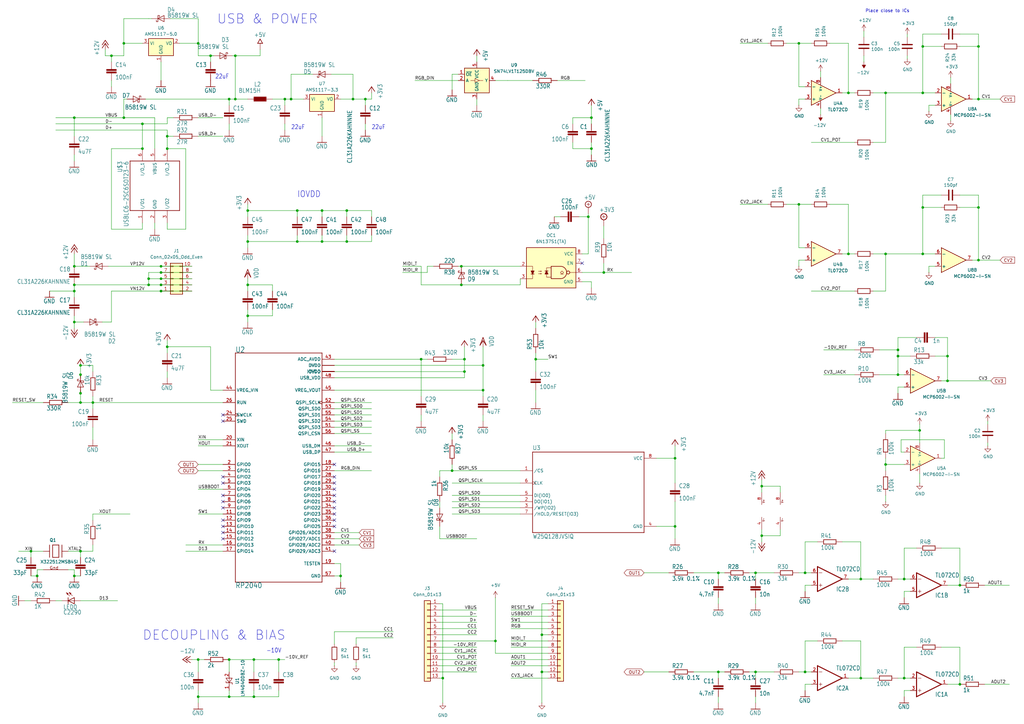
<source format=kicad_sch>
(kicad_sch (version 20231120) (generator "eeschema") (generator_version "8.0")
  (paper "A3")
  (junction (at 30.48 236.22))
  (junction (at 222.25 275.59))
  (junction (at 401.32 85.09))
  (junction (at 68.58 142.24))
  (junction (at 388.62 146.05))
  (junction (at 198.12 160.02))
  (junction (at 294.64 234.95))
  (junction (at 132.08 99.06))
  (junction (at 276.86 187.96))
  (junction (at 104.14 270.51))
  (junction (at 247.65 111.76))
  (junction (at 104.14 285.75))
  (junction (at 30.48 119.38))
  (junction (at 60.96 114.3))
  (junction (at 50.8 48.26))
  (junction (at 222.25 260.35))
  (junction (at 58.42 50.8))
  (junction (at 81.28 285.75))
  (junction (at 363.22 104.14))
  (junction (at 401.32 40.64))
  (junction (at 327.66 83.82))
  (junction (at 121.92 86.36))
  (junction (at 86.36 22.86))
  (junction (at 132.08 86.36))
  (junction (at 50.8 17.78))
  (junction (at 189.23 109.22))
  (junction (at 242.57 60.96))
  (junction (at 119.38 40.64))
  (junction (at 190.5 152.4))
  (junction (at 30.48 116.84))
  (junction (at 142.24 86.36))
  (junction (at 181.61 278.13))
  (junction (at 309.88 275.59))
  (junction (at 363.22 38.1))
  (junction (at 347.98 38.1))
  (junction (at 66.04 109.22))
  (junction (at 378.46 85.09))
  (junction (at 66.04 119.38))
  (junction (at 368.3 143.51))
  (junction (at 294.64 275.59))
  (junction (at 370.84 278.13))
  (junction (at 60.96 116.84))
  (junction (at 368.3 146.05))
  (junction (at 33.02 149.86))
  (junction (at 81.28 17.78))
  (junction (at 149.86 40.64))
  (junction (at 185.42 193.04))
  (junction (at 330.2 234.95))
  (junction (at 378.46 19.05))
  (junction (at 93.98 270.51))
  (junction (at 189.23 116.84))
  (junction (at 93.98 40.64))
  (junction (at 96.52 22.86))
  (junction (at 370.84 237.49))
  (junction (at 312.42 199.39))
  (junction (at 139.7 236.22))
  (junction (at 33.02 153.67))
  (junction (at 58.42 60.96))
  (junction (at 45.72 22.86))
  (junction (at 68.58 55.88))
  (junction (at 68.58 60.96))
  (junction (at 393.7 240.03))
  (junction (at 363.22 190.5))
  (junction (at 30.48 109.22))
  (junction (at 203.2 262.89))
  (junction (at 347.98 104.14))
  (junction (at 15.24 236.22))
  (junction (at 219.71 147.32))
  (junction (at 327.66 17.78))
  (junction (at 172.72 147.32))
  (junction (at 368.3 153.67))
  (junction (at 393.7 280.67))
  (junction (at 312.42 219.71))
  (junction (at 378.46 104.14))
  (junction (at 388.62 156.21))
  (junction (at 353.06 237.49))
  (junction (at 242.57 48.26))
  (junction (at 241.3 88.9))
  (junction (at 198.12 149.86))
  (junction (at 101.6 99.06))
  (junction (at 93.98 285.75))
  (junction (at 142.24 99.06))
  (junction (at 377.19 176.53))
  (junction (at 66.04 111.76))
  (junction (at 190.5 147.32))
  (junction (at 96.52 40.64))
  (junction (at 330.2 275.59))
  (junction (at 401.32 106.68))
  (junction (at 116.84 40.64))
  (junction (at 101.6 129.54))
  (junction (at 353.06 278.13))
  (junction (at 114.3 270.51))
  (junction (at 33.02 161.29))
  (junction (at 276.86 215.9))
  (junction (at 101.6 116.84))
  (junction (at 101.6 86.36))
  (junction (at 30.48 132.08))
  (junction (at 378.46 38.1))
  (junction (at 38.1 165.1))
  (junction (at 12.7 226.06))
  (junction (at 401.32 19.05))
  (junction (at 144.78 40.64))
  (junction (at 309.88 234.95))
  (junction (at 81.28 270.51))
  (junction (at 33.02 165.1))
  (junction (at 33.02 226.06))
  (junction (at 121.92 99.06))
  (junction (at 66.04 114.3))
  (junction (at 30.48 48.26))
  (junction (at 66.04 116.84))
  (no_connect (at 137.16 195.58))
  (no_connect (at 91.44 213.36))
  (no_connect (at 91.44 205.74))
  (no_connect (at 91.44 215.9))
  (no_connect (at 137.16 200.66))
  (no_connect (at 137.16 213.36))
  (no_connect (at 91.44 203.2))
  (no_connect (at 91.44 195.58))
  (no_connect (at 137.16 205.74))
  (no_connect (at 137.16 215.9))
  (no_connect (at 91.44 220.98))
  (no_connect (at 137.16 210.82))
  (no_connect (at 137.16 190.5))
  (no_connect (at 91.44 172.72))
  (no_connect (at 137.16 226.06))
  (no_connect (at 91.44 198.12))
  (no_connect (at 91.44 218.44))
  (no_connect (at 137.16 208.28))
  (no_connect (at 137.16 198.12))
  (no_connect (at 91.44 208.28))
  (no_connect (at 91.44 170.18))
  (no_connect (at 238.76 107.95))
  (no_connect (at 137.16 203.2))
  (wire (pts (xy 38.1 165.1) (xy 91.44 165.1)) (stroke (width 0.1524)))
  (wire (pts (xy 213.36 114.3) (xy 213.36 116.84)))
  (wire (pts (xy 172.72 109.22) (xy 165.1 109.22)) (stroke (width 0.1524)))
  (wire (pts (xy 345.44 104.14) (xy 347.98 104.14)))
  (wire (pts (xy 322.58 83.82) (xy 327.66 83.82)))
  (wire (pts (xy 405.13 173.99) (xy 405.13 172.72)))
  (wire (pts (xy 137.16 175.26) (xy 152.4 175.26)) (stroke (width 0.1524)))
  (wire (pts (xy 180.34 193.04) (xy 180.34 195.58)) (stroke (width 0.1524)))
  (wire (pts (xy 68.58 91.44) (xy 68.58 93.98)) (stroke (width 0.1524)))
  (wire (pts (xy 142.24 96.52) (xy 142.24 99.06)) (stroke (width 0.1524)))
  (wire (pts (xy 332.74 119.38) (xy 350.52 119.38)))
  (wire (pts (xy 111.76 40.64) (xy 116.84 40.64)) (stroke (width 0.1524)))
  (wire (pts (xy 347.98 278.13) (xy 353.06 278.13)) (stroke (width 0.1524)))
  (wire (pts (xy 327.66 43.18) (xy 327.66 40.64)))
  (wire (pts (xy 68.58 142.24) (xy 68.58 139.7)) (stroke (width 0.1524)))
  (wire (pts (xy 401.32 85.09) (xy 393.7 85.09)))
  (wire (pts (xy 38.1 210.82) (xy 53.34 210.82)) (stroke (width 0.1524)))
  (wire (pts (xy 330.2 234.95) (xy 327.66 234.95)) (stroke (width 0.1524)))
  (wire (pts (xy 60.96 114.3) (xy 66.04 114.3)) (stroke (width 0.1524)))
  (wire (pts (xy 175.26 147.32) (xy 172.72 147.32)) (stroke (width 0.1524)))
  (wire (pts (xy 30.48 119.38) (xy 20.32 119.38)) (stroke (width 0.1524)))
  (wire (pts (xy 363.22 177.8) (xy 363.22 176.53)))
  (wire (pts (xy 81.28 22.86) (xy 81.28 17.78)) (stroke (width 0.1524)))
  (wire (pts (xy 137.16 259.08) (xy 161.29 259.08)))
  (wire (pts (xy 375.92 224.79) (xy 370.84 224.79)) (stroke (width 0.1524)))
  (wire (pts (xy 369.57 185.42) (xy 370.84 185.42)))
  (wire (pts (xy 203.2 267.97) (xy 224.79 267.97)))
  (wire (pts (xy 242.57 115.57) (xy 242.57 118.11)) (stroke (width 0.1524)))
  (wire (pts (xy 33.02 149.86) (xy 38.1 149.86)) (stroke (width 0.1524)))
  (wire (pts (xy 330.2 35.56) (xy 327.66 35.56)))
  (wire (pts (xy 68.58 93.98) (xy 76.2 93.98)) (stroke (width 0.1524)))
  (wire (pts (xy 276.86 220.98) (xy 276.86 215.9)) (stroke (width 0.1524)))
  (wire (pts (xy 180.34 247.65) (xy 181.61 247.65)))
  (wire (pts (xy 370.84 265.43) (xy 370.84 278.13)) (stroke (width 0.1524)))
  (wire (pts (xy 373.38 146.05) (xy 368.3 146.05)) (stroke (width 0.1524)))
  (wire (pts (xy 312.42 201.93) (xy 312.42 199.39)) (stroke (width 0.1524)))
  (wire (pts (xy 238.76 104.14) (xy 241.3 104.14)))
  (wire (pts (xy 139.7 231.14) (xy 139.7 236.22)) (stroke (width 0.1524)))
  (wire (pts (xy 327.66 109.22) (xy 327.66 106.68)))
  (wire (pts (xy 401.32 19.05) (xy 401.32 13.97)))
  (wire (pts (xy 95.25 22.86) (xy 96.52 22.86)))
  (wire (pts (xy 180.34 260.35) (xy 195.58 260.35)))
  (wire (pts (xy 180.34 215.9) (xy 180.34 220.98)) (stroke (width 0.1524)))
  (wire (pts (xy 312.42 219.71) (xy 312.42 217.17)) (stroke (width 0.1524)))
  (wire (pts (xy 104.14 270.51) (xy 114.3 270.51)) (stroke (width 0.1524)))
  (wire (pts (xy 330.2 240.03) (xy 332.74 240.03)) (stroke (width 0.1524)))
  (wire (pts (xy 363.22 176.53) (xy 377.19 176.53)))
  (wire (pts (xy 33.02 226.06) (xy 38.1 226.06)) (stroke (width 0.1524)))
  (wire (pts (xy 91.44 210.82) (xy 81.28 210.82)) (stroke (width 0.1524)))
  (wire (pts (xy 15.24 233.68) (xy 17.78 233.68)) (stroke (width 0.1524)))
  (wire (pts (xy 68.58 53.34) (xy 68.58 55.88)) (stroke (width 0.1524)))
  (wire (pts (xy 387.35 180.34) (xy 369.57 180.34)))
  (wire (pts (xy 234.95 58.42) (xy 234.95 60.96)))
  (wire (pts (xy 330.2 262.89) (xy 330.2 275.59)) (stroke (width 0.1524)))
  (wire (pts (xy 294.64 237.49) (xy 294.64 234.95)) (stroke (width 0.1524)))
  (wire (pts (xy 203.2 245.11) (xy 203.2 262.89)))
  (wire (pts (xy 45.72 132.08) (xy 45.72 119.38)) (stroke (width 0.1524)))
  (wire (pts (xy 190.5 147.32) (xy 190.5 142.24)) (stroke (width 0.1524)))
  (wire (pts (xy 152.4 99.06) (xy 142.24 99.06)) (stroke (width 0.1524)))
  (wire (pts (xy 33.02 236.22) (xy 30.48 236.22)) (stroke (width 0.1524)))
  (wire (pts (xy 114.3 285.75) (xy 114.3 283.21)) (stroke (width 0.1524)))
  (wire (pts (xy 137.16 231.14) (xy 139.7 231.14)) (stroke (width 0.1524)))
  (wire (pts (xy 149.86 40.64) (xy 144.78 40.64)) (stroke (width 0.1524)))
  (wire (pts (xy 101.6 119.38) (xy 101.6 116.84)) (stroke (width 0.1524)))
  (wire (pts (xy 414.02 280.67) (xy 403.86 280.67)) (stroke (width 0.1524)))
  (wire (pts (xy 368.3 143.51) (xy 360.68 143.51)) (stroke (width 0.1524)))
  (wire (pts (xy 45.72 25.4) (xy 45.72 22.86)) (stroke (width 0.1524)))
  (wire (pts (xy 45.72 93.98) (xy 45.72 60.96)) (stroke (width 0.1524)))
  (wire (pts (xy 363.22 190.5) (xy 363.22 193.04)))
  (wire (pts (xy 401.32 19.05) (xy 393.7 19.05)))
  (wire (pts (xy 180.34 273.05) (xy 195.58 273.05)))
  (wire (pts (xy 33.02 161.29) (xy 33.02 165.1)) (stroke (width 0.1524)))
  (wire (pts (xy 152.4 38.1) (xy 152.4 40.64)) (stroke (width 0.1524)))
  (wire (pts (xy 393.7 224.79) (xy 386.08 224.79)) (stroke (width 0.1524)))
  (wire (pts (xy 137.16 271.78) (xy 137.16 273.05)))
  (wire (pts (xy 401.32 40.64) (xy 410.21 40.64)))
  (wire (pts (xy 198.12 172.72) (xy 198.12 170.18)) (stroke (width 0.1524)))
  (wire (pts (xy 224.79 247.65) (xy 222.25 247.65)))
  (wire (pts (xy 86.36 25.4) (xy 86.36 22.86)) (stroke (width 0.1524)))
  (wire (pts (xy 68.58 55.88) (xy 71.12 55.88)) (stroke (width 0.1524)))
  (wire (pts (xy 180.34 278.13) (xy 181.61 278.13)))
  (wire (pts (xy 165.1 111.76) (xy 175.26 111.76)) (stroke (width 0.1524)))
  (wire (pts (xy 241.3 88.9) (xy 241.3 87.63)) (stroke (width 0.1524)))
  (wire (pts (xy 62.23 7.62) (xy 60.96 7.62)))
  (wire (pts (xy 209.55 252.73) (xy 224.79 252.73)))
  (wire (pts (xy 247.65 107.95) (xy 247.65 111.76)) (stroke (width 0.1524)))
  (wire (pts (xy 132.08 96.52) (xy 132.08 99.06)) (stroke (width 0.1524)))
  (wire (pts (xy 81.28 182.88) (xy 91.44 182.88)))
  (wire (pts (xy 139.7 236.22) (xy 139.7 238.76)) (stroke (width 0.1524)))
  (wire (pts (xy 388.62 280.67) (xy 393.7 280.67)) (stroke (width 0.1524)))
  (wire (pts (xy 38.1 165.1) (xy 38.1 162.56)) (stroke (width 0.1524)))
  (wire (pts (xy 38.1 167.64) (xy 38.1 165.1)) (stroke (width 0.1524)))
  (wire (pts (xy 195.58 22.86) (xy 195.58 25.4)))
  (wire (pts (xy 30.48 66.04) (xy 30.48 63.5)) (stroke (width 0.1524)))
  (wire (pts (xy 320.04 219.71) (xy 312.42 219.71)) (stroke (width 0.1524)))
  (wire (pts (xy 101.6 88.9) (xy 101.6 86.36)) (stroke (width 0.1524)))
  (wire (pts (xy 219.71 147.32) (xy 224.79 147.32)) (stroke (width 0.1524)))
  (wire (pts (xy 45.72 60.96) (xy 58.42 60.96)) (stroke (width 0.1524)))
  (wire (pts (xy 81.28 283.21) (xy 81.28 285.75)) (stroke (width 0.1524)))
  (wire (pts (xy 137.16 223.52) (xy 147.32 223.52)) (stroke (width 0.1524)))
  (wire (pts (xy 69.85 7.62) (xy 81.28 7.62)) (stroke (width 0.1524)))
  (wire (pts (xy 30.48 48.26) (xy 50.8 48.26)) (stroke (width 0.1524)))
  (wire (pts (xy 269.24 215.9) (xy 276.86 215.9)) (stroke (width 0.1524)))
  (wire (pts (xy 22.86 53.34) (xy 68.58 53.34)) (stroke (width 0.1524)))
  (wire (pts (xy 86.36 160.02) (xy 86.36 142.24)) (stroke (width 0.1524)))
  (wire (pts (xy 368.3 161.29) (xy 368.3 158.75)) (stroke (width 0.1524)))
  (wire (pts (xy 180.34 257.81) (xy 195.58 257.81)))
  (wire (pts (xy 370.84 237.49) (xy 373.38 237.49)) (stroke (width 0.1524)))
  (wire (pts (xy 228.6 33.02) (xy 240.03 33.02)) (stroke (width 0.1524)))
  (wire (pts (xy 294.64 234.95) (xy 284.48 234.95)) (stroke (width 0.1524)))
  (wire (pts (xy 180.34 265.43) (xy 195.58 265.43)))
  (wire (pts (xy 83.82 270.51) (xy 81.28 270.51)) (stroke (width 0.1524)))
  (wire (pts (xy 389.89 46.99) (xy 389.89 49.53)))
  (wire (pts (xy 30.48 132.08) (xy 30.48 129.54)) (stroke (width 0.1524)))
  (wire (pts (xy 370.84 278.13) (xy 373.38 278.13)) (stroke (width 0.1524)))
  (wire (pts (xy 181.61 247.65) (xy 181.61 278.13)))
  (wire (pts (xy 378.46 80.01) (xy 378.46 85.09)))
  (wire (pts (xy 137.16 236.22) (xy 139.7 236.22)) (stroke (width 0.1524)))
  (wire (pts (xy 330.2 275.59) (xy 327.66 275.59)) (stroke (width 0.1524)))
  (wire (pts (xy 104.14 285.75) (xy 114.3 285.75)) (stroke (width 0.1524)))
  (wire (pts (xy 101.6 129.54) (xy 101.6 127)) (stroke (width 0.1524)))
  (wire (pts (xy 10.16 246.38) (xy 12.7 246.38)) (stroke (width 0.1524)))
  (wire (pts (xy 114.3 270.51) (xy 116.84 270.51)) (stroke (width 0.1524)))
  (wire (pts (xy 93.98 43.18) (xy 93.98 40.64)) (stroke (width 0.1524)))
  (wire (pts (xy 386.08 80.01) (xy 378.46 80.01)))
  (wire (pts (xy 370.84 237.49) (xy 368.3 237.49)) (stroke (width 0.1524)))
  (wire (pts (xy 378.46 13.97) (xy 378.46 19.05)))
  (wire (pts (xy 354.33 12.7) (xy 354.33 15.24)))
  (wire (pts (xy 30.48 121.92) (xy 30.48 119.38)) (stroke (width 0.1524)))
  (wire (pts (xy 347.98 38.1) (xy 347.98 17.78)))
  (wire (pts (xy 370.84 224.79) (xy 370.84 237.49)) (stroke (width 0.1524)))
  (wire (pts (xy 185.42 36.83) (xy 185.42 30.48)))
  (wire (pts (xy 320.04 199.39) (xy 312.42 199.39)) (stroke (width 0.1524)))
  (wire (pts (xy 41.91 132.08) (xy 45.72 132.08)) (stroke (width 0.1524)))
  (wire (pts (xy 68.58 55.88) (xy 68.58 60.96)) (stroke (width 0.1524)))
  (wire (pts (xy 189.23 116.84) (xy 213.36 116.84)))
  (wire (pts (xy 119.38 40.64) (xy 124.46 40.64)))
  (wire (pts (xy 180.34 252.73) (xy 195.58 252.73)))
  (wire (pts (xy 185.42 30.48) (xy 187.96 30.48)))
  (wire (pts (xy 213.36 193.04) (xy 185.42 193.04)) (stroke (width 0.1524)))
  (wire (pts (xy 86.36 142.24) (xy 68.58 142.24)) (stroke (width 0.1524)))
  (wire (pts (xy 137.16 182.88) (xy 152.4 182.88)) (stroke (width 0.1524)))
  (wire (pts (xy 137.16 152.4) (xy 190.5 152.4)) (stroke (width 0.1524)))
  (wire (pts (xy 209.55 257.81) (xy 224.79 257.81)))
  (wire (pts (xy 398.78 106.68) (xy 401.32 106.68)))
  (wire (pts (xy 30.48 109.22) (xy 30.48 104.14)) (stroke (width 0.1524)))
  (wire (pts (xy 132.08 86.36) (xy 142.24 86.36)) (stroke (width 0.1524)))
  (wire (pts (xy 312.42 199.39) (xy 312.42 196.85)) (stroke (width 0.1524)))
  (wire (pts (xy 152.4 88.9) (xy 152.4 86.36)) (stroke (width 0.1524)))
  (wire (pts (xy 198.12 142.24) (xy 198.12 149.86)) (stroke (width 0.1524)))
  (wire (pts (xy 180.34 250.19) (xy 195.58 250.19)))
  (wire (pts (xy 33.02 228.6) (xy 33.02 226.06)) (stroke (width 0.1524)))
  (wire (pts (xy 307.34 275.59) (xy 309.88 275.59)) (stroke (width 0.1524)))
  (wire (pts (xy 358.14 119.38) (xy 363.22 119.38)))
  (wire (pts (xy 377.19 194.31) (xy 377.19 198.12)))
  (wire (pts (xy 17.78 226.06) (xy 12.7 226.06)) (stroke (width 0.1524)))
  (wire (pts (xy 180.34 262.89) (xy 203.2 262.89)))
  (wire (pts (xy 330.2 275.59) (xy 332.74 275.59)) (stroke (width 0.1524)))
  (wire (pts (xy 198.12 149.86) (xy 198.12 160.02)) (stroke (width 0.1524)))
  (wire (pts (xy 327.66 35.56) (xy 327.66 17.78)))
  (wire (pts (xy 149.86 43.18) (xy 149.86 40.64)) (stroke (width 0.1524)))
  (wire (pts (xy 45.72 35.56) (xy 45.72 33.02)) (stroke (width 0.1524)))
  (wire (pts (xy 76.2 223.52) (xy 91.44 223.52)) (stroke (width 0.1524)))
  (wire (pts (xy 81.28 180.34) (xy 91.44 180.34)))
  (wire (pts (xy 142.24 88.9) (xy 142.24 86.36)) (stroke (width 0.1524)))
  (wire (pts (xy 370.84 190.5) (xy 363.22 190.5)))
  (wire (pts (xy 189.23 116.84) (xy 172.72 116.84)) (stroke (width 0.1524)))
  (wire (pts (xy 383.54 146.05) (xy 388.62 146.05)) (stroke (width 0.1524)))
  (wire (pts (xy 242.57 48.26) (xy 242.57 50.8)) (stroke (width 0.1524)))
  (wire (pts (xy 137.16 193.04) (xy 152.4 193.04)))
  (wire (pts (xy 327.66 17.78) (xy 332.74 17.78)))
  (wire (pts (xy 368.3 143.51) (xy 368.3 146.05)) (stroke (width 0.1524)))
  (wire (pts (xy 152.4 40.64) (xy 149.86 40.64)) (stroke (width 0.1524)))
  (wire (pts (xy 276.86 187.96) (xy 276.86 182.88)) (stroke (width 0.1524)))
  (wire (pts (xy 172.72 172.72) (xy 172.72 170.18)) (stroke (width 0.1524)))
  (wire (pts (xy 111.76 119.38) (xy 111.76 116.84)) (stroke (width 0.1524)))
  (wire (pts (xy 213.36 203.2) (xy 185.42 203.2)) (stroke (width 0.1524)))
  (wire (pts (xy 180.34 267.97) (xy 195.58 267.97)))
  (wire (pts (xy 405.13 181.61) (xy 405.13 182.88)))
  (wire (pts (xy 227.33 88.9) (xy 229.87 88.9)) (stroke (width 0.1524)))
  (wire (pts (xy 222.25 275.59) (xy 222.25 288.29)))
  (wire (pts (xy 137.16 177.8) (xy 152.4 177.8)) (stroke (width 0.1524)))
  (wire (pts (xy 68.58 50.8) (xy 58.42 50.8)) (stroke (width 0.1524)))
  (wire (pts (xy 132.08 99.06) (xy 121.92 99.06)) (stroke (width 0.1524)))
  (wire (pts (xy 381 43.18) (xy 383.54 43.18)))
  (wire (pts (xy 137.16 170.18) (xy 152.4 170.18)) (stroke (width 0.1524)))
  (wire (pts (xy 213.36 208.28) (xy 185.42 208.28)) (stroke (width 0.1524)))
  (wire (pts (xy 101.6 99.06) (xy 121.92 99.06)) (stroke (width 0.1524)))
  (wire (pts (xy 209.55 278.13) (xy 224.79 278.13)))
  (wire (pts (xy 63.5 93.98) (xy 63.5 91.44)) (stroke (width 0.1524)))
  (wire (pts (xy 274.32 275.59) (xy 264.16 275.59)) (stroke (width 0.1524)))
  (wire (pts (xy 327.66 40.64) (xy 330.2 40.64)))
  (wire (pts (xy 111.76 129.54) (xy 111.76 127)) (stroke (width 0.1524)))
  (wire (pts (xy 66.04 111.76) (xy 78.74 111.76)))
  (wire (pts (xy 294.64 234.95) (xy 297.18 234.95)) (stroke (width 0.1524)))
  (wire (pts (xy 81.28 190.5) (xy 91.44 190.5)) (stroke (width 0.1524)))
  (wire (pts (xy 369.57 180.34) (xy 369.57 185.42)))
  (wire (pts (xy 137.16 220.98) (xy 147.32 220.98)) (stroke (width 0.1524)))
  (wire (pts (xy 335.28 262.89) (xy 330.2 262.89)) (stroke (width 0.1524)))
  (wire (pts (xy 294.64 278.13) (xy 294.64 275.59)) (stroke (width 0.1524)))
  (wire (pts (xy 93.98 53.34) (xy 93.98 50.8)) (stroke (width 0.1524)))
  (wire (pts (xy 375.92 265.43) (xy 370.84 265.43)) (stroke (width 0.1524)))
  (wire (pts (xy 330.2 101.6) (xy 327.66 101.6)))
  (wire (pts (xy 96.52 40.64) (xy 96.52 22.86)) (stroke (width 0.1524)))
  (wire (pts (xy 340.36 83.82) (xy 347.98 83.82)))
  (wire (pts (xy 58.42 93.98) (xy 45.72 93.98)) (stroke (width 0.1524)))
  (wire (pts (xy 209.55 255.27) (xy 224.79 255.27)))
  (wire (pts (xy 68.58 144.78) (xy 68.58 142.24)) (stroke (width 0.1524)))
  (wire (pts (xy 303.53 83.82) (xy 314.96 83.82)))
  (wire (pts (xy 146.05 261.62) (xy 161.29 261.62)))
  (wire (pts (xy 101.6 101.6) (xy 101.6 99.06)) (stroke (width 0.1524)))
  (wire (pts (xy 30.48 134.62) (xy 30.48 132.08)) (stroke (width 0.1524)))
  (wire (pts (xy 294.64 247.65) (xy 294.64 245.11)) (stroke (width 0.1524)))
  (wire (pts (xy 91.44 226.06) (xy 76.2 226.06)))
  (wire (pts (xy 322.58 17.78) (xy 327.66 17.78)))
  (wire (pts (xy 93.98 270.51) (xy 104.14 270.51)) (stroke (width 0.1524)))
  (wire (pts (xy 66.04 116.84) (xy 78.74 116.84)))
  (wire (pts (xy 276.86 198.12) (xy 276.86 187.96)) (stroke (width 0.1524)))
  (wire (pts (xy 213.36 210.82) (xy 185.42 210.82)) (stroke (width 0.1524)))
  (wire (pts (xy 345.44 38.1) (xy 347.98 38.1)))
  (wire (pts (xy 363.22 104.14) (xy 378.46 104.14)))
  (wire (pts (xy 363.22 187.96) (xy 363.22 190.5)))
  (wire (pts (xy 198.12 160.02) (xy 198.12 162.56)) (stroke (width 0.1524)))
  (wire (pts (xy 66.04 109.22) (xy 78.74 109.22)))
  (wire (pts (xy 401.32 106.68) (xy 410.21 106.68)))
  (wire (pts (xy 381 45.72) (xy 381 43.18)))
  (wire (pts (xy 320.04 217.17) (xy 320.04 219.71)) (stroke (width 0.1524)))
  (wire (pts (xy 60.96 7.62) (xy 50.8 7.62)) (stroke (width 0.1524)))
  (wire (pts (xy 363.22 58.42) (xy 363.22 38.1)))
  (wire (pts (xy 330.2 234.95) (xy 332.74 234.95)) (stroke (width 0.1524)))
  (wire (pts (xy 45.72 22.86) (xy 43.18 22.86)) (stroke (width 0.1524)))
  (wire (pts (xy 152.4 86.36) (xy 142.24 86.36)) (stroke (width 0.1524)))
  (wire (pts (xy 66.04 25.4) (xy 66.04 33.02)) (stroke (width 0.1524)))
  (wire (pts (xy 378.46 38.1) (xy 383.54 38.1)))
  (wire (pts (xy 137.16 218.44) (xy 147.32 218.44)) (stroke (width 0.1524)))
  (wire (pts (xy 175.26 111.76) (xy 175.26 109.22)) (stroke (width 0.1524)))
  (wire (pts (xy 320.04 201.93) (xy 320.04 199.39)) (stroke (width 0.1524)))
  (wire (pts (xy 241.3 88.9) (xy 237.49 88.9)) (stroke (width 0.1524)))
  (wire (pts (xy 213.36 198.12) (xy 185.42 198.12)) (stroke (width 0.1524)))
  (wire (pts (xy 187.96 109.22) (xy 189.23 109.22)) (stroke (width 0.1524)))
  (wire (pts (xy 209.55 265.43) (xy 224.79 265.43)))
  (wire (pts (xy 185.42 180.34) (xy 185.42 177.8)) (stroke (width 0.1524)))
  (wire (pts (xy 63.5 48.26) (xy 63.5 60.96)) (stroke (width 0.1524)))
  (wire (pts (xy 388.62 146.05) (xy 388.62 138.43)) (stroke (width 0.1524)))
  (wire (pts (xy 50.8 40.64) (xy 52.07 40.64)) (stroke (width 0.1524)))
  (wire (pts (xy 309.88 237.49) (xy 309.88 234.95)) (stroke (width 0.1524)))
  (wire (pts (xy 121.92 86.36) (xy 132.08 86.36)) (stroke (width 0.1524)))
  (wire (pts (xy 38.1 226.06) (xy 38.1 223.52)) (stroke (width 0.1524)))
  (wire (pts (xy 274.32 234.95) (xy 264.16 234.95)) (stroke (width 0.1524)))
  (wire (pts (xy 68.58 154.94) (xy 68.58 152.4)) (stroke (width 0.1524)))
  (wire (pts (xy 86.36 22.86) (xy 87.63 22.86)))
  (wire (pts (xy 269.24 187.96) (xy 276.86 187.96)) (stroke (width 0.1524)))
  (wire (pts (xy 222.25 260.35) (xy 224.79 260.35)))
  (wire (pts (xy 336.55 44.45) (xy 336.55 46.99)))
  (wire (pts (xy 363.22 38.1) (xy 378.46 38.1)))
  (wire (pts (xy 377.19 176.53) (xy 377.19 181.61)))
  (wire (pts (xy 27.94 165.1) (xy 33.02 165.1)) (stroke (width 0.1524)))
  (wire (pts (xy 401.32 85.09) (xy 401.32 106.68)))
  (wire (pts (xy 234.95 60.96) (xy 242.57 60.96)))
  (wire (pts (xy 358.14 278.13) (xy 353.06 278.13)) (stroke (width 0.1524)))
  (wire (pts (xy 387.35 187.96) (xy 387.35 180.34)))
  (wire (pts (xy 370.84 242.57) (xy 373.38 242.57)) (stroke (width 0.1524)))
  (wire (pts (xy 50.8 48.26) (xy 63.5 48.26)) (stroke (width 0.1524)))
  (wire (pts (xy 81.28 48.26) (xy 91.44 48.26)) (stroke (width 0.1524)))
  (wire (pts (xy 22.86 48.26) (xy 30.48 48.26)) (stroke (width 0.1524)))
  (wire (pts (xy 330.2 280.67) (xy 332.74 280.67)) (stroke (width 0.1524)))
  (wire (pts (xy 360.68 153.67) (xy 368.3 153.67)) (stroke (width 0.1524)))
  (wire (pts (xy 219.71 132.08) (xy 219.71 134.62)) (stroke (width 0.1524)))
  (wire (pts (xy 81.28 270.51) (xy 78.74 270.51)) (stroke (width 0.1524)))
  (wire (pts (xy 185.42 193.04) (xy 180.34 193.04)) (stroke (width 0.1524)))
  (wire (pts (xy 363.22 119.38) (xy 363.22 104.14)))
  (wire (pts (xy 213.36 205.74) (xy 185.42 205.74)) (stroke (width 0.1524)))
  (wire (pts (xy 247.65 97.79) (xy 247.65 92.71)) (stroke (width 0.1524)))
  (wire (pts (xy 96.52 40.64) (xy 101.6 40.64)) (stroke (width 0.1524)))
  (wire (pts (xy 330.2 222.25) (xy 330.2 234.95)) (stroke (width 0.1524)))
  (wire (pts (xy 203.2 33.02) (xy 208.28 33.02)))
  (wire (pts (xy 60.96 116.84) (xy 30.48 116.84)) (stroke (width 0.1524)))
  (wire (pts (xy 242.57 58.42) (xy 242.57 60.96)) (stroke (width 0.1524)))
  (wire (pts (xy 30.48 233.68) (xy 27.94 233.68)) (stroke (width 0.1524)))
  (wire (pts (xy 106.68 22.86) (xy 96.52 22.86)) (stroke (width 0.1524)))
  (wire (pts (xy 294.64 275.59) (xy 297.18 275.59)) (stroke (width 0.1524)))
  (wire (pts (xy 370.84 283.21) (xy 373.38 283.21)) (stroke (width 0.1524)))
  (wire (pts (xy 68.58 48.26) (xy 68.58 50.8)) (stroke (width 0.1524)))
  (wire (pts (xy 368.3 146.05) (xy 368.3 153.67)) (stroke (width 0.1524)))
  (wire (pts (xy 347.98 104.14) (xy 347.98 83.82)))
  (wire (pts (xy 309.88 278.13) (xy 309.88 275.59)) (stroke (width 0.1524)))
  (wire (pts (xy 368.3 158.75) (xy 370.84 158.75)) (stroke (width 0.1524)))
  (wire (pts (xy 238.76 115.57) (xy 242.57 115.57)) (stroke (width 0.1524)))
  (wire (pts (xy 58.42 60.96) (xy 58.42 50.8)) (stroke (width 0.1524)))
  (wire (pts (xy 15.24 236.22) (xy 12.7 236.22)) (stroke (width 0.1524)))
  (wire (pts (xy 307.34 234.95) (xy 309.88 234.95)) (stroke (width 0.1524)))
  (wire (pts (xy 332.74 58.42) (xy 350.52 58.42)))
  (wire (pts (xy 76.2 93.98) (xy 76.2 60.96)) (stroke (width 0.1524)))
  (wire (pts (xy 381 111.76) (xy 381 109.22)))
  (wire (pts (xy 401.32 19.05) (xy 401.32 40.64)))
  (wire (pts (xy 180.34 270.51) (xy 195.58 270.51)))
  (wire (pts (xy 401.32 85.09) (xy 401.32 80.01)))
  (wire (pts (xy 353.06 278.13) (xy 353.06 262.89)) (stroke (width 0.1524)))
  (wire (pts (xy 389.89 31.75) (xy 389.89 34.29)))
  (wire (pts (xy 386.08 85.09) (xy 378.46 85.09)))
  (wire (pts (xy 86.36 22.86) (xy 87.63 22.86)) (stroke (width 0.1524)))
  (wire (pts (xy 353.06 237.49) (xy 353.06 222.25)) (stroke (width 0.1524)))
  (wire (pts (xy 368.3 153.67) (xy 370.84 153.67)) (stroke (width 0.1524)))
  (wire (pts (xy 234.95 50.8) (xy 234.95 48.26)))
  (wire (pts (xy 238.76 111.76) (xy 247.65 111.76)) (stroke (width 0.1524)))
  (wire (pts (xy 327.66 101.6) (xy 327.66 83.82)))
  (wire (pts (xy 386.08 156.21) (xy 388.62 156.21)) (stroke (width 0.1524)))
  (wire (pts (xy 386.08 13.97) (xy 378.46 13.97)))
  (wire (pts (xy 358.14 38.1) (xy 363.22 38.1)))
  (wire (pts (xy 358.14 237.49) (xy 353.06 237.49)) (stroke (width 0.1524)))
  (wire (pts (xy 101.6 86.36) (xy 101.6 83.82)) (stroke (width 0.1524)))
  (wire (pts (xy 219.71 160.02) (xy 219.71 165.1)) (stroke (width 0.1524)))
  (wire (pts (xy 372.11 15.24) (xy 372.11 13.97)))
  (wire (pts (xy 101.6 132.08) (xy 101.6 129.54)) (stroke (width 0.1524)))
  (wire (pts (xy 177.8 109.22) (xy 175.26 109.22)) (stroke (width 0.1524)))
  (wire (pts (xy 137.16 172.72) (xy 152.4 172.72)) (stroke (width 0.1524)))
  (wire (pts (xy 22.86 246.38) (xy 25.4 246.38)) (stroke (width 0.1524)))
  (wire (pts (xy 368.3 138.43) (xy 368.3 143.51)) (stroke (width 0.1524)))
  (wire (pts (xy 294.64 275.59) (xy 284.48 275.59)) (stroke (width 0.1524)))
  (wire (pts (xy 393.7 280.67) (xy 393.7 265.43)) (stroke (width 0.1524)))
  (wire (pts (xy 30.48 132.08) (xy 34.29 132.08)) (stroke (width 0.1524)))
  (wire (pts (xy 209.55 273.05) (xy 224.79 273.05)))
  (wire (pts (xy 86.36 22.86) (xy 81.28 22.86)) (stroke (width 0.1524)))
  (wire (pts (xy 93.98 270.51) (xy 93.98 275.59)) (stroke (width 0.1524)))
  (wire (pts (xy 128.27 30.48) (xy 119.38 30.48)) (stroke (width 0.1524)))
  (wire (pts (xy 190.5 154.94) (xy 190.5 152.4)) (stroke (width 0.1524)))
  (wire (pts (xy 353.06 262.89) (xy 345.44 262.89)) (stroke (width 0.1524)))
  (wire (pts (xy 121.92 88.9) (xy 121.92 86.36)) (stroke (width 0.1524)))
  (wire (pts (xy 132.08 48.26) (xy 132.08 55.88)) (stroke (width 0.1524)))
  (wire (pts (xy 381 109.22) (xy 383.54 109.22)))
  (wire (pts (xy 38.1 152.4) (xy 38.1 149.86)) (stroke (width 0.1524)))
  (wire (pts (xy 358.14 58.42) (xy 363.22 58.42)))
  (wire (pts (xy 209.55 262.89) (xy 224.79 262.89)))
  (wire (pts (xy 132.08 88.9) (xy 132.08 86.36)) (stroke (width 0.1524)))
  (wire (pts (xy 149.86 53.34) (xy 149.86 50.8)) (stroke (width 0.1524)))
  (wire (pts (xy 12.7 228.6) (xy 12.7 226.06)) (stroke (width 0.1524)))
  (wire (pts (xy 5.08 165.1) (xy 17.78 165.1)) (stroke (width 0.1524)))
  (wire (pts (xy 137.16 259.08) (xy 137.16 264.16)))
  (wire (pts (xy 137.16 160.02) (xy 198.12 160.02)) (stroke (width 0.1524)))
  (wire (pts (xy 144.78 40.64) (xy 144.78 30.48)) (stroke (width 0.1524)))
  (wire (pts (xy 375.92 138.43) (xy 368.3 138.43)) (stroke (width 0.1524)))
  (wire (pts (xy 180.34 208.28) (xy 180.34 205.74)))
  (wire (pts (xy 358.14 104.14) (xy 363.22 104.14)))
  (wire (pts (xy 101.6 86.36) (xy 121.92 86.36)) (stroke (width 0.1524)))
  (wire (pts (xy 81.28 275.59) (xy 81.28 270.51)) (stroke (width 0.1524)))
  (wire (pts (xy 33.02 165.1) (xy 38.1 165.1)) (stroke (width 0.1524)))
  (wire (pts (xy 45.72 119.38) (xy 66.04 119.38)) (stroke (width 0.1524)))
  (wire (pts (xy 388.62 240.03) (xy 393.7 240.03)) (stroke (width 0.1524)))
  (wire (pts (xy 44.45 109.22) (xy 66.04 109.22)) (stroke (width 0.1524)))
  (wire (pts (xy 393.7 80.01) (xy 401.32 80.01)))
  (wire (pts (xy 247.65 111.76) (xy 259.08 111.76)) (stroke (width 0.1524)))
  (wire (pts (xy 219.71 152.4) (xy 219.71 147.32)) (stroke (width 0.1524)))
  (wire (pts (xy 33.02 153.67) (xy 33.02 149.86)) (stroke (width 0.1524)))
  (wire (pts (xy 60.96 114.3) (xy 60.96 116.84)) (stroke (width 0.1524)))
  (wire (pts (xy 30.48 116.84) (xy 30.48 119.38)) (stroke (width 0.1524)))
  (wire (pts (xy 172.72 147.32) (xy 137.16 147.32)) (stroke (width 0.1524)))
  (wire (pts (xy 58.42 17.78) (xy 50.8 17.78)) (stroke (width 0.1524)))
  (wire (pts (xy 350.52 143.51) (xy 337.82 143.51)) (stroke (width 0.1524)))
  (wire (pts (xy 71.12 48.26) (xy 68.58 48.26)) (stroke (width 0.1524)))
  (wire (pts (xy 91.44 160.02) (xy 86.36 160.02)) (stroke (width 0.1524)))
  (wire (pts (xy 91.44 55.88) (xy 81.28 55.88)) (stroke (width 0.1524)))
  (wire (pts (xy 45.72 22.86) (xy 50.8 22.86)) (stroke (width 0.1524)))
  (wire (pts (xy 347.98 237.49) (xy 353.06 237.49)) (stroke (width 0.1524)))
  (wire (pts (xy 180.34 275.59) (xy 195.58 275.59)))
  (wire (pts (xy 81.28 288.29) (xy 81.28 285.75)) (stroke (width 0.1524)))
  (wire (pts (xy 386.08 19.05) (xy 378.46 19.05)))
  (wire (pts (xy 76.2 60.96) (xy 68.58 60.96)) (stroke (width 0.1524)))
  (wire (pts (xy 33.02 160.02) (xy 33.02 161.29)) (stroke (width 0.1524)))
  (wire (pts (xy 81.28 193.04) (xy 91.44 193.04)) (stroke (width 0.1524)))
  (wire (pts (xy 66.04 119.38) (xy 78.74 119.38)))
  (wire (pts (xy 388.62 156.21) (xy 388.62 146.05)) (stroke (width 0.1524)))
  (wire (pts (xy 81.28 285.75) (xy 93.98 285.75)) (stroke (width 0.1524)))
  (wire (pts (xy 30.48 55.88) (xy 30.48 48.26)) (stroke (width 0.1524)))
  (wire (pts (xy 241.3 104.14) (xy 241.3 88.9)) (stroke (width 0.1524)))
  (wire (pts (xy 378.46 104.14) (xy 383.54 104.14)))
  (wire (pts (xy 234.95 48.26) (xy 242.57 48.26)))
  (wire (pts (xy 386.08 187.96) (xy 387.35 187.96)))
  (wire (pts (xy 370.84 278.13) (xy 368.3 278.13)) (stroke (width 0.1524)))
  (wire (pts (xy 337.82 153.67) (xy 350.52 153.67)) (stroke (width 0.1524)))
  (wire (pts (xy 309.88 288.29) (xy 309.88 285.75)) (stroke (width 0.1524)))
  (wire (pts (xy 242.57 60.96) (xy 242.57 63.5)) (stroke (width 0.1524)))
  (wire (pts (xy 353.06 222.25) (xy 345.44 222.25)) (stroke (width 0.1524)))
  (wire (pts (xy 378.46 85.09) (xy 378.46 104.14)))
  (wire (pts (xy 370.84 285.75) (xy 370.84 283.21)) (stroke (width 0.1524)))
  (wire (pts (xy 152.4 96.52) (xy 152.4 99.06)) (stroke (width 0.1524)))
  (wire (pts (xy 114.3 275.59) (xy 114.3 270.51)) (stroke (width 0.1524)))
  (wire (pts (xy 104.14 270.51) (xy 104.14 275.59)) (stroke (width 0.1524)))
  (wire (pts (xy 222.25 247.65) (xy 222.25 260.35)))
  (wire (pts (xy 30.48 236.22) (xy 30.48 233.68)) (stroke (width 0.1524)))
  (wire (pts (xy 303.53 17.78) (xy 314.96 17.78)))
  (wire (pts (xy 66.04 114.3) (xy 78.74 114.3)))
  (wire (pts (xy 81.28 17.78) (xy 81.28 7.62)) (stroke (width 0.1524)))
  (wire (pts (xy 181.61 278.13) (xy 181.61 288.29)))
  (wire (pts (xy 330.2 283.21) (xy 330.2 280.67)) (stroke (width 0.1524)))
  (wire (pts (xy 185.42 147.32) (xy 190.5 147.32)) (stroke (width 0.1524)))
  (wire (pts (xy 209.55 270.51) (xy 224.79 270.51)))
  (wire (pts (xy 60.96 116.84) (xy 66.04 116.84)) (stroke (width 0.1524)))
  (wire (pts (xy 189.23 109.22) (xy 213.36 109.22)) (stroke (width 0.1524)))
  (wire (pts (xy 101.6 116.84) (xy 101.6 114.3)) (stroke (width 0.1524)))
  (wire (pts (xy 336.55 29.21) (xy 336.55 31.75)))
  (wire (pts (xy 59.69 40.64) (xy 93.98 40.64)) (stroke (width 0.1524)))
  (wire (pts (xy 312.42 219.71) (xy 312.42 222.25)) (stroke (width 0.1524)))
  (wire (pts (xy 33.02 226.06) (xy 27.94 226.06)) (stroke (width 0.1524)))
  (wire (pts (xy 170.18 33.02) (xy 187.96 33.02)) (stroke (width 0.1524)))
  (wire (pts (xy 60.96 111.76) (xy 60.96 114.3)) (stroke (width 0.1524)))
  (wire (pts (xy 354.33 22.86) (xy 354.33 25.4)))
  (wire (pts (xy 363.22 203.2) (xy 363.22 205.74)))
  (wire (pts (xy 185.42 193.04) (xy 185.42 190.5)) (stroke (width 0.1524)))
  (wire (pts (xy 242.57 43.18) (xy 242.57 48.26)) (stroke (width 0.1524)))
  (wire (pts (xy 38.1 180.34) (xy 38.1 175.26)) (stroke (width 0.1524)))
  (wire (pts (xy 180.34 220.98) (xy 195.58 220.98)) (stroke (width 0.1524)))
  (wire (pts (xy 180.34 255.27) (xy 195.58 255.27)))
  (wire (pts (xy 93.98 285.75) (xy 104.14 285.75)) (stroke (width 0.1524)))
  (wire (pts (xy 219.71 147.32) (xy 219.71 144.78)) (stroke (width 0.1524)))
  (wire (pts (xy 377.19 173.99) (xy 377.19 176.53)))
  (wire (pts (xy 38.1 213.36) (xy 38.1 210.82)) (stroke (width 0.1524)))
  (wire (pts (xy 327.66 83.82) (xy 332.74 83.82)))
  (wire (pts (xy 58.42 50.8) (xy 22.86 50.8)) (stroke (width 0.1524)))
  (wire (pts (xy 104.14 285.75) (xy 104.14 283.21)) (stroke (width 0.1524)))
  (wire (pts (xy 50.8 17.78) (xy 50.8 22.86)) (stroke (width 0.1524)))
  (wire (pts (xy 209.55 250.19) (xy 224.79 250.19)))
  (wire (pts (xy 111.76 116.84) (xy 101.6 116.84)) (stroke (width 0.1524)))
  (wire (pts (xy 330.2 242.57) (xy 330.2 240.03)) (stroke (width 0.1524)))
  (wire (pts (xy 388.62 138.43) (xy 383.54 138.43)) (stroke (width 0.1524)))
  (wire (pts (xy 12.7 226.06) (xy 7.62 226.06)) (stroke (width 0.1524)))
  (wire (pts (xy 393.7 240.03) (xy 393.7 224.79)) (stroke (width 0.1524)))
  (wire (pts (xy 91.44 200.66) (xy 81.28 200.66)) (stroke (width 0.1524)))
  (wire (pts (xy 116.84 43.18) (xy 116.84 40.64)) (stroke (width 0.1524)))
  (wire (pts (xy 393.7 265.43) (xy 386.08 265.43)) (stroke (width 0.1524)))
  (wire (pts (xy 93.98 40.64) (xy 96.52 40.64)) (stroke (width 0.1524)))
  (wire (pts (xy 276.86 215.9) (xy 276.86 205.74)) (stroke (width 0.1524)))
  (wire (pts (xy 347.98 38.1) (xy 350.52 38.1)))
  (wire (pts (xy 15.24 236.22) (xy 15.24 233.68)) (stroke (width 0.1524)))
  (wire (pts (xy 137.16 154.94) (xy 190.5 154.94)) (stroke (width 0.1524)))
  (wire (pts (xy 218.44 33.02) (xy 208.28 33.02)) (stroke (width 0.1524)))
  (wire (pts (xy 137.16 149.86) (xy 198.12 149.86)) (stroke (width 0.1524)))
  (wire (pts (xy 309.88 247.65) (xy 309.88 245.11)) (stroke (width 0.1524)))
  (wire (pts (xy 137.16 167.64) (xy 152.4 167.64)) (stroke (width 0.1524)))
  (wire (pts (xy 195.58 40.64) (xy 195.58 43.18)))
  (wire (pts (xy 372.11 22.86) (xy 372.11 24.13)))
  (wire (pts (xy 317.5 234.95) (xy 309.88 234.95)) (stroke (width 0.1524)))
  (wire (pts (xy 50.8 48.26) (xy 50.8 40.64)) (stroke (width 0.1524)))
  (wire (pts (xy 119.38 30.48) (xy 119.38 40.64)) (stroke (width 0.1524)))
  (wire (pts (xy 294.64 288.29) (xy 294.64 285.75)) (stroke (width 0.1524)))
  (wire (pts (xy 121.92 99.06) (xy 121.92 96.52)) (stroke (width 0.1524)))
  (wire (pts (xy 370.84 245.11) (xy 370.84 242.57)) (stroke (width 0.1524)))
  (wire (pts (xy 93.98 283.21) (xy 93.98 285.75)) (stroke (width 0.1524)))
  (wire (pts (xy 378.46 19.05) (xy 378.46 38.1)))
  (wire (pts (xy 116.84 40.64) (xy 119.38 40.64)) (stroke (width 0.1524)))
  (wire (pts (xy 101.6 129.54) (xy 111.76 129.54)) (stroke (width 0.1524)))
  (wire (pts (xy 317.5 275.59) (xy 309.88 275.59)) (stroke (width 0.1524)))
  (wire (pts (xy 203.2 262.89) (xy 203.2 267.97)))
  (wire (pts (xy 146.05 271.78) (xy 146.05 273.05)))
  (wire (pts (xy 222.25 260.35) (xy 222.25 275.59)))
  (wire (pts (xy 43.18 20.32) (xy 43.18 22.86)) (stroke (width 0.1524)))
  (wire (pts (xy 142.24 99.06) (xy 132.08 99.06)) (stroke (width 0.1524)))
  (wire (pts (xy 393.7 13.97) (xy 401.32 13.97)))
  (wire (pts (xy 36.83 109.22) (xy 30.48 109.22)) (stroke (width 0.1524)))
  (wire (pts (xy 172.72 162.56) (xy 172.72 147.32)) (stroke (width 0.1524)))
  (wire (pts (xy 388.62 156.21) (xy 406.4 156.21)) (stroke (width 0.1524)))
  (wire (pts (xy 144.78 30.48) (xy 135.89 30.48)) (stroke (width 0.1524)))
  (wire (pts (xy 101.6 99.06) (xy 101.6 96.52)) (stroke (width 0.1524)))
  (wire (pts (xy 73.66 17.78) (xy 81.28 17.78)) (stroke (width 0.1524)))
  (wire (pts (xy 116.84 53.34) (xy 116.84 50.8)) (stroke (width 0.1524)))
  (wire (pts (xy 414.02 240.03) (xy 403.86 240.03)) (stroke (width 0.1524)))
  (wire (pts (xy 137.16 165.1) (xy 152.4 165.1)) (stroke (width 0.1524)))
  (wire (pts (xy 137.16 185.42) (xy 152.4 185.42)) (stroke (width 0.1524)))
  (wire (pts (xy 33.02 154.94) (xy 33.02 153.67)) (stroke (width 0.1524)))
  (wire (pts (xy 139.7 40.64) (xy 144.78 40.64)) (stroke (width 0.1524)))
  (wire (pts (xy 335.28 222.25) (xy 330.2 222.25)) (stroke (width 0.1524)))
  (wire (pts (xy 340.36 17.78) (xy 347.98 17.78)))
  (wire (pts (xy 398.78 40.64) (xy 401.32 40.64)))
  (wire (pts (xy 50.8 7.62) (xy 50.8 17.78)) (stroke (width 0.1524)))
  (wire (pts (xy 146.05 261.62) (xy 146.05 264.16)))
  (wire (pts (xy 347.98 104.14) (xy 350.52 104.14)))
  (wire (pts (xy 190.5 152.4) (xy 190.5 147.32)) (stroke (width 0.1524)))
  (wire (pts (xy 33.02 246.38) (xy 48.26 246.38)) (stroke (width 0.1524)))
  (wire (pts (xy 60.96 111.76) (xy 66.04 111.76)) (stroke (width 0.1524)))
  (wire (pts (xy 106.68 20.32) (xy 106.68 22.86)) (stroke (width 0.1524)))
  (wire (pts (xy 222.25 275.59) (xy 224.79 275.59)))
  (wire (pts (xy 327.66 106.68) (xy 330.2 106.68)))
  (wire (pts (xy 58.42 91.44) (xy 58.42 93.98)) (stroke (width 0.1524)))
  (wire (pts (xy 172.72 116.84) (xy 172.72 109.22)) (stroke (width 0.1524)))
  (text "22uF" (at 152.4 53.34 0) (effects (font (size 1.778 1.5113)) (justify left bottom)))
  (text "IOVDD" (at 121.92 81.28 0) (effects (font (size 2.54 2.159)) (justify left bottom)))
  (text "22uF" (at 119.38 53.34 0) (effects (font (size 1.778 1.5113)) (justify left bottom)))
  (text "DECOUPLING & BIAS" (at 58.42 262.89 0) (effects (font (size 3.81 3.81)) (justify left bottom)))
  (text "-10V" (at 109.22 267.97 0) (effects (font (size 1.778 1.5113)) (justify left bottom)))
  (text "22uF" (at 93.98 30.48 0) (effects (font (size 1.778 1.5113)) (justify right top)))
  (text "Place close to ICs\n" (at 363.982 4.572 0) (effects (font (size 1.27 1.27))))
  (text "USB & POWER" (at 88.9 10.16 0) (effects (font (size 3.81 3.81)) (justify left bottom)))
  (label "QSPI_SD1" (at 187.96 205.74 0) (effects (font (size 1.2446 1.2446))))
  (label "D-" (at 195.58 252.73 180) (effects (font (size 1.2446 1.2446))))
  (label "QSPI_SD3" (at 187.96 210.82 0) (effects (font (size 1.2446 1.2446))))
  (label "XTAL2" (at 27.94 226.06 0) (effects (font (size 1.2446 1.2446))))
  (label "RGB" (at 209.55 257.81 0))
  (label "QSPI_SD2" (at 139.7 172.72 0) (effects (font (size 1.2446 1.2446))))
  (label "QSPI_SD1" (at 139.7 170.18 0) (effects (font (size 1.2446 1.2446))))
  (label "SW1" (at 209.55 255.27 0))
  (label "USB_D+" (at 142.24 185.42 0) (effects (font (size 1.2446 1.2446))))
  (label "SW1" (at 224.79 147.32 0) (effects (font (size 1.2446 1.2446))))
  (label "VP12V" (at 53.34 109.22 0) (effects (font (size 1.2446 1.2446))))
  (label "D+" (at 195.58 255.27 180) (effects (font (size 1.2446 1.2446))))
  (label "CV1" (at 139.7 218.44 0) (effects (font (size 1.2446 1.2446))))
  (label "D+" (at 43.18 53.34 0) (effects (font (size 1.2446 1.2446))))
  (label "RESET_SW" (at 209.55 250.19 0))
  (label "XIN" (at 81.28 180.34 0))
  (label "-10V_REF" (at 337.82 143.51 0))
  (label "AOUT1" (at 405.13 240.03 0))
  (label "RX" (at 248.92 111.76 0) (effects (font (size 1.2446 1.2446))))
  (label "CC1" (at 161.29 259.08 180))
  (label "USB_D-" (at 81.28 48.26 0) (effects (font (size 1.2446 1.2446))))
  (label "RGB" (at 229.87 33.02 0) (effects (font (size 1.2446 1.2446))))
  (label "USB_D+" (at 81.28 55.88 0) (effects (font (size 1.2446 1.2446))))
  (label "RGB_DIN" (at 170.18 33.02 0) (effects (font (size 1.2446 1.2446))))
  (label "CV2_JACK" (at 303.53 83.82 0))
  (label "CV2_POT" (at 336.55 119.38 0))
  (label "AOUT2" (at 209.55 273.05 0))
  (label "CC1" (at 195.58 257.81 180))
  (label "XOUT" (at 81.28 182.88 0))
  (label "RESET" (at 40.64 165.1 0) (effects (font (size 1.2446 1.2446))))
  (label "MIDI_R" (at 165.1 111.76 0))
  (label "CV2" (at 139.7 220.98 0) (effects (font (size 1.2446 1.2446))))
  (label "CC2" (at 161.29 261.62 180))
  (label "USB_D-" (at 142.24 182.88 0) (effects (font (size 1.2446 1.2446))))
  (label "CV2_POT" (at 195.58 275.59 180))
  (label "MIDI_R" (at 209.55 265.43 0))
  (label "D13" (at 40.64 246.38 0) (effects (font (size 1.2446 1.2446))))
  (label "CV2_JACK" (at 195.58 273.05 180))
  (label "CV1_JACK" (at 303.53 17.78 0))
  (label "VN12V" (at 53.34 119.38 0) (effects (font (size 1.2446 1.2446))))
  (label "AOUT2" (at 406.4 280.67 0))
  (label "CV3" (at 401.32 156.21 0) (effects (font (size 1.2446 1.2446))))
  (label "CV1_POT" (at 336.55 58.42 0))
  (label "CV3_JACK" (at 209.55 278.13 0))
  (label "CV2" (at 402.59 106.68 0))
  (label "-10V_REF" (at 116.84 270.51 0))
  (label "MIDI_T" (at 165.1 109.22 0))
  (label "RESET_SW" (at 5.08 165.1 0))
  (label "-10V_REF" (at 195.58 265.43 180))
  (label "CV1_JACK" (at 195.58 267.97 180))
  (label "QSPI_SD3" (at 139.7 175.26 0) (effects (font (size 1.2446 1.2446))))
  (label "XIN" (at 10.16 226.06 0) (effects (font (size 1.2446 1.2446))))
  (label "USBBOOT" (at 209.55 252.73 0))
  (label "MIDI_T" (at 209.55 262.89 0))
  (label "QSPI_SCLK" (at 187.96 198.12 0) (effects (font (size 1.2446 1.2446))))
  (label "RX" (at 81.28 223.52 0) (effects (font (size 1.2446 1.2446))))
  (label "XOUT" (at 40.64 210.82 0) (effects (font (size 1.2446 1.2446))))
  (label "VBUS" (at 195.58 250.19 180) (effects (font (size 1.2446 1.2446))))
  (label "QSPI_SD0" (at 187.96 203.2 0) (effects (font (size 1.2446 1.2446))))
  (label "QSPI_SD0" (at 139.7 167.64 0) (effects (font (size 1.2446 1.2446))))
  (label "CV3_JACK" (at 337.82 153.67 0))
  (label "USBBOOT" (at 182.88 220.98 0) (effects (font (size 1.2446 1.2446))))
  (label "CV1" (at 402.59 40.64 0))
  (label "CC2" (at 195.58 260.35 180))
  (label "RGB_DIN" (at 139.7 193.04 0) (effects (font (size 1.2446 1.2446))))
  (label "CV3" (at 139.7 223.52 0) (effects (font (size 1.2446 1.2446))))
  (label "D13" (at 81.28 226.06 0))
  (label "QSPI_SD2" (at 187.96 208.28 0) (effects (font (size 1.2446 1.2446))))
  (label "USBBOOT" (at 81.28 200.66 0) (effects (font (size 1.2446 1.2446))))
  (label "D-" (at 43.18 50.8 0) (effects (font (size 1.2446 1.2446))))
  (label "QSPI_SS" (at 139.7 177.8 0) (effects (font (size 1.2446 1.2446))))
  (label "AOUT1" (at 209.55 270.51 0))
  (label "VBUS" (at 43.18 48.26 0) (effects (font (size 1.2446 1.2446))))
  (label "SW1" (at 81.28 210.82 0) (effects (font (size 1.2446 1.2446))))
  (label "QSPI_SCLK" (at 139.7 165.1 0) (effects (font (size 1.2446 1.2446))))
  (label "QSPI_SS" (at 187.96 193.04 0) (effects (font (size 1.2446 1.2446))))
  (label "CV1_POT" (at 195.58 270.51 180))
  (global_label "OUT1" (shape bidirectional) (at 81.28 190.5 180) (effects (font (size 1.2446 1.2446))) (property "Intersheetrefs" "${INTERSHEET_REFS}" (effects (hide yes))))
  (global_label "CV3" (shape input) (at 406.4 156.21 0) (property "Intersheetrefs" "${INTERSHEET_REFS}" (effects (hide yes))))
  (global_label "OUT2" (shape bidirectional) (at 81.28 193.04 180) (effects (font (size 1.2446 1.2446))) (property "Intersheetrefs" "${INTERSHEET_REFS}" (effects (hide yes))))
  (global_label "OUT2" (shape bidirectional) (at 264.16 275.59 180) (effects (font (size 1.2446 1.2446))) (property "Intersheetrefs" "${INTERSHEET_REFS}" (effects (hide yes))))
  (global_label "OUT1" (shape bidirectional) (at 264.16 234.95 180) (effects (font (size 1.2446 1.2446))) (property "Intersheetrefs" "${INTERSHEET_REFS}" (effects (hide yes))))
  (global_label "CV2" (shape input) (at 410.21 106.68 0) (property "Intersheetrefs" "${INTERSHEET_REFS}" (effects (hide yes))))
  (global_label "CV1" (shape input) (at 410.21 40.64 0) (property "Intersheetrefs" "${INTERSHEET_REFS}" (effects (hide yes))))
  (global_label "CV1" (shape input) (at 147.32 218.44 0) (property "Intersheetrefs" "${INTERSHEET_REFS}" (effects (hide yes))))
  (global_label "CV3" (shape input) (at 147.32 223.52 0) (property "Intersheetrefs" "${INTERSHEET_REFS}" (effects (hide yes))))
  (global_label "CV2" (shape input) (at 147.32 220.98 0) (property "Intersheetrefs" "${INTERSHEET_REFS}" (effects (hide yes))))
  (symbol (lib_id "toepler_pro-eagle-import:resistor_C-EUC0603") (at 101.6 91.44 0) (unit 1)
    (property "Reference" "C45" (at 103.124 91.059 0) (effects (font (size 1.778 1.5113)) (justify left bottom)))
    (property "Value" "100nF" (at 103.124 96.139 0) (effects (font (size 1.778 1.5113)) (justify left bottom)))
    (property "Footprint" "Capacitor_SMD:C_0603_1608Metric" (effects (hide yes)))
  )
  (symbol (lib_id "toepler_pro-eagle-import:resistor_C-EUC0603") (at 45.72 27.94 0) (unit 1)
    (property "Reference" "C14" (at 47.244 27.559 0) (effects (font (size 1.778 1.5113)) (justify left bottom)))
    (property "Value" "100nF" (at 47.244 32.639 0) (effects (font (size 1.778 1.5113)) (justify left bottom)))
    (property "Footprint" "Capacitor_SMD:C_0603_1608Metric" (effects (hide yes)))
  )
  (symbol (lib_id "Device:R") (at 354.33 104.14 90) (mirror x) (unit 1)
    (property "Reference" "R17" (at 353.0599 106.68 0) (effects (justify left)))
    (property "Value" "100k" (at 355.5999 106.68 0) (effects (justify left)))
    (property "Footprint" "Resistor_SMD:R_0603_1608Metric" (effects (hide yes)))
    (property "Description" "Resistor" (effects (hide yes)))
  )
  (symbol (lib_id "toepler_pro-eagle-import:SparkFun_GND") (at 330.2 245.11 0) (unit 1)
    (property "Reference" "#GND08" (effects (hide yes)))
    (property "Value" "GND" (at 327.66 247.65 0) (effects (font (size 1.778 1.5113)) (justify left bottom)))
  )
  (symbol (lib_id "toepler_pro-eagle-import:resistor_C-EUC0603") (at 68.58 147.32 0) (unit 1)
    (property "Reference" "C21" (at 70.104 146.939 0) (effects (font (size 1.778 1.5113)) (justify left bottom)))
    (property "Value" "4u7F" (at 70.104 152.019 0) (effects (font (size 1.778 1.5113)) (justify left bottom)))
    (property "Footprint" "Capacitor_SMD:C_0603_1608Metric" (effects (hide yes)))
  )
  (symbol (lib_id "toepler_pro-eagle-import:XTAL-4-3225") (at 22.86 226.06 0) (unit 1)
    (property "Reference" "Q1" (at 20.32 222.25 0) (effects (justify left bottom)))
    (property "Value" "X322512MSB4SI" (at 16.51 231.14 0) (effects (justify left bottom)))
    (property "Footprint" "toepler_pro:NX3225" (effects (hide yes)))
  )
  (symbol (lib_id "power:GND") (at 381 111.76 0) (unit 1)
    (property "Reference" "#PWR024" (effects (hide yes)))
    (property "Value" "GND" (at 381.127 116.1542 0))
  )
  (symbol (lib_id "toepler_pro-eagle-import:R-EU_R0603") (at 279.4 275.59 0) (unit 1)
    (property "Reference" "R27" (at 275.59 274.0914 0) (effects (font (size 1.778 1.5113)) (justify left bottom)))
    (property "Value" "3.9k 0.1%" (at 275.59 278.892 0) (effects (font (size 1.778 1.5113)) (justify left bottom)))
    (property "Footprint" "Resistor_SMD:R_0603_1608Metric" (effects (hide yes)))
  )
  (symbol (lib_id "toepler_pro-eagle-import:SparkFun_GND") (at 330.2 285.75 0) (unit 1)
    (property "Reference" "#GND09" (effects (hide yes)))
    (property "Value" "GND" (at 327.66 288.29 0) (effects (font (size 1.778 1.5113)) (justify left bottom)))
  )
  (symbol (lib_id "power:+12V") (at 336.55 29.21 0) (unit 1)
    (property "Reference" "#PWR012" (effects (hide yes)))
    (property "Value" "+12V" (at 336.931 24.8158 0))
  )
  (symbol (lib_id "toepler_pro-eagle-import:C-EUC0603") (at 378.46 138.43 90) (mirror x) (unit 1)
    (property "Reference" "C4" (at 374.904 138.811 90) (effects (font (size 1.778 1.5113)) (justify right top)))
    (property "Value" "1n" (at 382.524 138.811 90) (effects (font (size 1.778 1.5113)) (justify right top)))
    (property "Footprint" "Capacitor_SMD:C_0603_1608Metric" (effects (hide yes)))
  )
  (symbol (lib_id "toepler_pro-eagle-import:C-EUC0603") (at 309.88 280.67 0) (unit 1)
    (property "Reference" "C27" (at 311.404 280.289 0) (effects (font (size 1.778 1.5113)) (justify left bottom)))
    (property "Value" "10n" (at 311.404 285.369 0) (effects (font (size 1.778 1.5113)) (justify left bottom)))
    (property "Footprint" "Capacitor_SMD:C_0603_1608Metric" (effects (hide yes)))
  )
  (symbol (lib_id "Device:R") (at 389.89 19.05 90) (mirror x) (unit 1)
    (property "Reference" "R24" (at 388.6199 21.59 0) (effects (justify left)))
    (property "Value" "33k" (at 391.1599 21.59 0) (effects (justify left)))
    (property "Footprint" "Resistor_SMD:R_0603_1608Metric" (effects (hide yes)))
    (property "Description" "Resistor" (effects (hide yes)))
  )
  (symbol (lib_id "toepler_pro-eagle-import:resistor_R-EU_R0603") (at 38.1 157.48 270) (unit 1)
    (property "Reference" "R33" (at 39.5986 153.67 0) (effects (font (size 1.778 1.5113)) (justify left bottom)))
    (property "Value" "10k" (at 34.798 153.67 0) (effects (font (size 1.778 1.5113)) (justify left bottom)))
    (property "Footprint" "Resistor_SMD:R_0603_1608Metric" (effects (hide yes)))
  )
  (symbol (lib_id "power:+5V") (at 203.2 245.11 0) (unit 1)
    (property "Reference" "#PWR05" (effects (hide yes)))
    (property "Value" "+5V" (at 203.2 240.03 0))
    (property "Description" "Power symbol creates a global label with name \"+5V\"" (effects (hide yes)))
  )
  (symbol (lib_id "Device:R") (at 336.55 17.78 90) (unit 1)
    (property "Reference" "R15" (at 335.2799 15.24 0) (effects (justify left)))
    (property "Value" "100k" (at 337.8199 15.24 0) (effects (justify left)))
    (property "Footprint" "Resistor_SMD:R_0603_1608Metric" (effects (hide yes)))
    (property "Description" "Resistor" (effects (hide yes)))
  )
  (symbol (lib_id "toepler_pro-eagle-import:supply1_GND") (at 276.86 223.52 0) (unit 1)
    (property "Reference" "#GND047" (effects (hide yes)))
    (property "Value" "GND" (at 274.32 226.06 0) (effects (font (size 1.778 1.5113)) (justify left bottom)))
  )
  (symbol (lib_id "toepler_pro-eagle-import:supply1_GND") (at 20.32 121.92 0) (unit 1)
    (property "Reference" "#GND052" (effects (hide yes)))
    (property "Value" "GND" (at 17.78 124.46 0) (effects (font (size 1.778 1.5113)) (justify left bottom)))
  )
  (symbol (lib_id "Connector_Generic:Conn_01x13") (at 229.87 262.89 0) (unit 1)
    (property "Reference" "J4" (at 229.87 241.3 0))
    (property "Value" "Conn_01x13" (at 229.87 243.84 0))
    (property "Footprint" "Connector_PinHeader_2.54mm:PinHeader_1x13_P2.54mm_Vertical" (effects (hide yes)))
    (property "Description" "Generic connector, single row, 01x13, script generated (kicad-library-utils/schlib/autogen/connector/)" (effects (hide yes)))
  )
  (symbol (lib_id "toepler_pro-eagle-import:resistor_R-EU_R0603") (at 17.78 246.38 0) (unit 1)
    (property "Reference" "R42" (at 13.97 244.8814 0) (effects (font (size 1.778 1.5113)) (justify left bottom)))
    (property "Value" "1K" (at 13.97 249.682 0) (effects (font (size 1.778 1.5113)) (justify left bottom)))
    (property "Footprint" "Resistor_SMD:R_0603_1608Metric" (effects (hide yes)))
  )
  (symbol (lib_id "toepler_pro-eagle-import:resistor@1_C-EUC1206") (at 30.48 111.76 0) (mirror y) (unit 1)
    (property "Reference" "C18" (at 28.956 111.379 0) (effects (font (size 1.778 1.5113)) (justify left bottom)))
    (property "Value" "CL31A226KAHNNNE" (at 28.956 116.459 0) (effects (font (size 1.778 1.5113)) (justify left bottom)))
    (property "Footprint" "Capacitor_SMD:C_1206_3216Metric" (effects (hide yes)))
  )
  (symbol (lib_id "toepler_pro-eagle-import:SparkFun_GND") (at 294.64 250.19 0) (unit 1)
    (property "Reference" "#GND04" (effects (hide yes)))
    (property "Value" "GND" (at 292.1 252.73 0) (effects (font (size 1.778 1.5113)) (justify left bottom)))
  )
  (symbol (lib_id "toepler_pro-eagle-import:+3V3") (at 219.71 129.54 0) (mirror y) (unit 1)
    (property "Reference" "#+3V013" (effects (hide yes)))
    (property "Value" "+3V3" (at 222.25 134.62 90) (effects (font (size 1.778 1.5113)) (justify left bottom)))
  )
  (symbol (lib_id "toepler_pro-eagle-import:resistor_C-EUC0603") (at 121.92 91.44 0) (unit 1)
    (property "Reference" "C47" (at 123.444 91.059 0) (effects (font (size 1.778 1.5113)) (justify left bottom)))
    (property "Value" "100nF" (at 123.444 96.139 0) (effects (font (size 1.778 1.5113)) (justify left bottom)))
    (property "Footprint" "Capacitor_SMD:C_0603_1608Metric" (effects (hide yes)))
  )
  (symbol (lib_id "PCM_Amplifier_Operational_AKL:MCP6002-I-SN") (at 389.89 106.68 0) (unit 2)
    (property "Reference" "U8" (at 398.78 110.744 0))
    (property "Value" "MCP6002-I-SN" (at 398.78 113.284 0))
    (property "Footprint" "PCM_Package_SO_AKL:SO-8_3.9x4.9mm_P1.27mm" (effects (hide yes)))
    (property "Datasheet" "https://www.tme.eu/Document/c98656c49a036767b89c9bb93e3dda4a/mcp6001_2_4.pdf" (effects (hide yes)))
    (property "Description" "SO-8 Dual CMOS RRIO Operational Amplifier, 4.5mV Offset, 2μV/°C Drift, 1MHz GBW, Alternate KiCAD Library" (effects (hide yes)))
  )
  (symbol (lib_id "PCM_4ms_Diode:B140HW-7") (at 38.1 132.08 180) (unit 1)
    (property "Reference" "D2" (at 47.498 138.938 0) (effects (font (size 1.778 1.5113)) (justify left bottom)))
    (property "Value" "B5819W SL" (at 47.498 136.144 0) (effects (font (size 1.778 1.5113)) (justify left bottom)))
    (property "Footprint" "Diode_SMD:D_SOD-123" (effects (hide yes)))
    (property "Description" "SCHOTTKY RECTIFIER 1.0A 40Vrrm 0.55Vf" (effects (hide yes)))
    (property "Specifications" "SCHOTTKY RECTIFIER 1.0A 40Vrrm 0.55Vf" (effects (hide yes)))
    (property "Manufacturer" "Diodes Incorporated" (effects (hide yes)))
    (property "Part Number" "B140HW-7" (effects (hide yes)))
    (property "JLCPCB ID" "C134429" (effects (hide yes)))
    (property "Alt JLCPCB ID" "C8598" (effects (hide yes)))
    (property "Alt JLCPCB Part" "B5819W" (effects (hide yes)))
  )
  (symbol (lib_id "toepler_pro-eagle-import:+3V3") (at 152.4 35.56 0) (mirror y) (unit 1)
    (property "Reference" "#+3V05" (effects (hide yes)))
    (property "Value" "+3V3" (at 154.94 40.64 90) (effects (font (size 1.778 1.5113)) (justify left bottom)))
  )
  (symbol (lib_id "toepler_pro-eagle-import:R-EU_R0603") (at 363.22 278.13 0) (unit 1)
    (property "Reference" "R47" (at 359.41 276.6314 0) (effects (font (size 1.778 1.5113)) (justify left bottom)))
    (property "Value" "100k" (at 359.41 281.432 0) (effects (font (size 1.778 1.5113)) (justify left bottom)))
    (property "Footprint" "Resistor_SMD:R_0603_1608Metric" (effects (hide yes)))
  )
  (symbol (lib_id "toepler_pro-eagle-import:SparkFun_GND") (at 370.84 247.65 0) (unit 1)
    (property "Reference" "#GND010" (effects (hide yes)))
    (property "Value" "GND" (at 368.3 250.19 0) (effects (font (size 1.778 1.5113)) (justify left bottom)))
  )
  (symbol (lib_id "toepler_pro-eagle-import:R-EU_R0603") (at 355.6 153.67 0) (unit 1)
    (property "Reference" "R10" (at 351.79 152.1714 0) (effects (font (size 1.778 1.5113)) (justify left bottom)))
    (property "Value" "100k" (at 351.79 156.972 0) (effects (font (size 1.778 1.5113)) (justify left bottom)))
    (property "Footprint" "Resistor_SMD:R_0603_1608Metric" (effects (hide yes)))
  )
  (symbol (lib_id "toepler_pro-eagle-import:TL072D") (at 340.36 237.49 0) (mirror x) (unit 2)
    (property "Reference" "IC2" (at 342.9 240.665 0) (effects (font (size 1.778 1.5113)) (justify left bottom)))
    (property "Value" "TL072CD" (at 342.9 232.41 0) (effects (font (size 1.778 1.5113)) (justify left bottom)))
    (property "Footprint" "Package_SO:SOIC-8_3.9x4.9mm_P1.27mm" (effects (hide yes)))
  )
  (symbol (lib_id "toepler_pro-eagle-import:supply1_GND") (at 7.62 246.38 270) (unit 1)
    (property "Reference" "#GND050" (effects (hide yes)))
    (property "Value" "GND" (at 5.08 243.84 0) (effects (font (size 1.778 1.5113)) (justify left bottom)))
  )
  (symbol (lib_id "PCM_Amplifier_Operational_AKL:TL072CD") (at 336.55 104.14 0) (unit 2)
    (property "Reference" "U4" (at 343.662 108.458 0))
    (property "Value" "TL072CD" (at 343.662 110.998 0))
    (property "Footprint" "PCM_Package_SO_AKL:SO-8_3.9x4.9mm_P1.27mm" (effects (hide yes)))
    (property "Datasheet" "https://www.ti.com/lit/ds/symlink/tl072h.pdf?ts=1635057479364" (effects (hide yes)))
    (property "Description" "SO-8 Dual JFET Low Noise Operational Amplifier, 10mV Offset, 8nV/√Hz Noise, 1MHz GBW, Alternate KiCAD Library" (effects (hide yes)))
  )
  (symbol (lib_id "toepler_pro-eagle-import:resistor_C-EUC0603") (at 152.4 91.44 0) (unit 1)
    (property "Reference" "C48" (at 153.924 91.059 0) (effects (font (size 1.778 1.5113)) (justify left bottom)))
    (property "Value" "100nF" (at 153.924 96.139 0) (effects (font (size 1.778 1.5113)) (justify left bottom)))
    (property "Footprint" "Capacitor_SMD:C_0603_1608Metric" (effects (hide yes)))
  )
  (symbol (lib_id "toepler_pro-eagle-import:R-EU_R0603") (at 88.9 270.51 0) (unit 1)
    (property "Reference" "R52" (at 85.09 269.0114 0) (effects (font (size 1.778 1.5113)) (justify left bottom)))
    (property "Value" "2k" (at 85.09 273.812 0) (effects (font (size 1.778 1.5113)) (justify left bottom)))
    (property "Footprint" "Resistor_SMD:R_0603_1608Metric" (effects (hide yes)))
  )
  (symbol (lib_id "toepler_pro-eagle-import:TL072D") (at 340.36 278.13 0) (mirror x) (unit 1)
    (property "Reference" "IC2" (at 342.9 281.305 0) (effects (font (size 1.778 1.5113)) (justify left bottom)))
    (property "Value" "TL072CD" (at 342.9 273.05 0) (effects (font (size 1.778 1.5113)) (justify left bottom)))
    (property "Footprint" "Package_SO:SOIC-8_3.9x4.9mm_P1.27mm" (effects (hide yes)))
  )
  (symbol (lib_id "toepler_pro-eagle-import:resistor_C-EUC0603") (at 30.48 58.42 0) (unit 1)
    (property "Reference" "C22" (at 32.004 58.039 0) (effects (font (size 1.778 1.5113)) (justify left bottom)))
    (property "Value" "4u7F" (at 32.004 63.119 0) (effects (font (size 1.778 1.5113)) (justify left bottom)))
    (property "Footprint" "Capacitor_SMD:C_0603_1608Metric" (effects (hide yes)))
  )
  (symbol (lib_id "power:GND") (at 405.13 182.88 0) (unit 1)
    (property "Reference" "#PWR015" (effects (hide yes)))
    (property "Value" "GND" (at 405.257 187.2742 0))
  )
  (symbol (lib_id "toepler_pro-eagle-import:C-EUC0603") (at 294.64 280.67 0) (mirror y) (unit 1)
    (property "Reference" "C11" (at 293.116 280.289 0) (effects (font (size 1.778 1.5113)) (justify left bottom)))
    (property "Value" "4.7nF" (at 293.116 285.369 0) (effects (font (size 1.778 1.5113)) (justify left bottom)))
    (property "Footprint" "Capacitor_SMD:C_0603_1608Metric" (effects (hide yes)))
  )
  (symbol (lib_id "toepler_pro-eagle-import:+12V") (at 30.48 101.6 0) (unit 1)
    (property "Reference" "#P+05" (effects (hide yes)))
    (property "Value" "+12V" (at 27.94 106.68 90) (effects (font (size 1.778 1.5113)) (justify left bottom)))
  )
  (symbol (lib_id "toepler_pro-eagle-import:R-EU_R0603") (at 302.26 275.59 0) (unit 1)
    (property "Reference" "R29" (at 298.45 274.0914 0) (effects (font (size 1.778 1.5113)) (justify left bottom)))
    (property "Value" "3.9k 0.1%" (at 298.45 278.892 0) (effects (font (size 1.778 1.5113)) (justify left bottom)))
    (property "Footprint" "Resistor_SMD:R_0603_1608Metric" (effects (hide yes)))
  )
  (symbol (lib_id "toepler_pro-eagle-import:resistor_R-EU_R0603") (at 180.34 147.32 0) (unit 1)
    (property "Reference" "R43" (at 173.99 145.8214 0) (effects (font (size 1.778 1.5113)) (justify left bottom)))
    (property "Value" "330R" (at 181.61 145.542 0) (effects (font (size 1.778 1.5113)) (justify left bottom)))
    (property "Footprint" "Resistor_SMD:R_0603_1608Metric" (effects (hide yes)))
  )
  (symbol (lib_id "toepler_pro-eagle-import:C-EUC0603") (at 309.88 240.03 0) (unit 1)
    (property "Reference" "C16" (at 311.404 239.649 0) (effects (font (size 1.778 1.5113)) (justify left bottom)))
    (property "Value" "10n" (at 311.404 244.729 0) (effects (font (size 1.778 1.5113)) (justify left bottom)))
    (property "Footprint" "Capacitor_SMD:C_0603_1608Metric" (effects (hide yes)))
  )
  (symbol (lib_id "toepler_pro-eagle-import:R-EU_R0603") (at 302.26 234.95 0) (unit 1)
    (property "Reference" "R28" (at 298.45 233.4514 0) (effects (font (size 1.778 1.5113)) (justify left bottom)))
    (property "Value" "3.9k 0.1%" (at 298.45 238.252 0) (effects (font (size 1.778 1.5113)) (justify left bottom)))
    (property "Footprint" "Resistor_SMD:R_0603_1608Metric" (effects (hide yes)))
  )
  (symbol (lib_id "toepler_pro-eagle-import:resistor@1_C-EUC1206") (at 116.84 45.72 0) (mirror y) (unit 1)
    (property "Reference" "C23" (at 115.316 45.339 0) (effects (font (size 1.778 1.5113)) (justify left bottom)))
    (property "Value" "CL31A226KAHNNNE" (effects (hide yes)))
    (property "Footprint" "Capacitor_SMD:C_1206_3216Metric" (effects (hide yes)))
  )
  (symbol (lib_id "toepler_pro-eagle-import:supply1_GND") (at 185.42 39.37 0) (unit 1)
    (property "Reference" "#GND03" (effects (hide yes)))
    (property "Value" "GND" (at 182.88 41.91 0) (effects (font (size 1.778 1.5113)) (justify left bottom)))
  )
  (symbol (lib_id "toepler_pro-eagle-import:SparkFun_GND") (at 368.3 163.83 0) (unit 1)
    (property "Reference" "#GND02" (effects (hide yes)))
    (property "Value" "GND" (at 365.76 166.37 0) (effects (font (size 1.778 1.5113)) (justify left bottom)))
  )
  (symbol (lib_id "toepler_pro-eagle-import:supply1_GND") (at 101.6 134.62 0) (unit 1)
    (property "Reference" "#GND065" (effects (hide yes)))
    (property "Value" "GND" (at 99.06 137.16 0) (effects (font (size 1.778 1.5113)) (justify left bottom)))
  )
  (symbol (lib_id "PCM_Optocoupler_Logic_AKL:6N137S") (at 226.06 111.76 0) (unit 1)
    (property "Reference" "OC1" (at 226.06 96.52 0))
    (property "Value" "6N137S1(TA)" (at 226.06 99.06 0))
    (property "Footprint" "PCM_Package_DIP_AKL:SMDIP-8_W9.53mm" (effects (hide yes)))
    (property "Datasheet" "https://www.tme.eu/Document/5a88d5aa4344d7c7c9e856ebbf3f31c5/HCPL2631.pdf" (effects (hide yes)))
    (property "Description" "SMDIP-8 Optocoupler, Open Collector/Drain output, Inverting, additional external input, 2.5kV, 10Mbs, Alternate KiCAD Library" (effects (hide yes)))
  )
  (symbol (lib_id "Device:C") (at 389.89 13.97 90) (unit 1)
    (property "Reference" "C8" (at 389.89 7.5692 90))
    (property "Value" "150pf" (at 389.89 9.8806 90))
    (property "Footprint" "Capacitor_SMD:C_0603_1608Metric" (effects (hide yes)))
  )
  (symbol (lib_id "power:GND") (at 363.22 205.74 0) (unit 1)
    (property "Reference" "#PWR010" (effects (hide yes)))
    (property "Value" "GND" (at 363.347 210.1342 0))
  )
  (symbol (lib_id "toepler_pro-eagle-import:resistor_C-EUC0603") (at 33.02 231.14 0) (unit 1)
    (property "Reference" "C24" (at 34.544 230.759 0) (effects (font (size 1.778 1.5113)) (justify left bottom)))
    (property "Value" "33pF" (at 34.544 235.839 0) (effects (font (size 1.778 1.5113)) (justify left bottom)))
    (property "Footprint" "Capacitor_SMD:C_0603_1608Metric" (effects (hide yes)))
  )
  (symbol (lib_id "toepler_pro-eagle-import:supply1_GND") (at 15.24 238.76 0) (unit 1)
    (property "Reference" "#GND045" (effects (hide yes)))
    (property "Value" "GND" (at 12.7 241.3 0) (effects (font (size 1.778 1.5113)) (justify left bottom)))
  )
  (symbol (lib_id "toepler_pro-eagle-import:resistor@1_C-EUC1206") (at 242.57 53.34 0) (mirror y) (unit 1)
    (property "Reference" "C1" (at 241.046 52.959 0) (effects (font (size 1.778 1.5113)) (justify left bottom)))
    (property "Value" "CL31A226KAHNNNE" (at 248.158 66.548 90) (effects (font (size 1.778 1.5113)) (justify left bottom)))
    (property "Footprint" "Capacitor_SMD:C_1206_3216Metric" (effects (hide yes)))
  )
  (symbol (lib_id "toepler_pro-eagle-import:supply1_GND") (at 172.72 175.26 0) (unit 1)
    (property "Reference" "#GND051" (effects (hide yes)))
    (property "Value" "GND" (at 170.18 177.8 0) (effects (font (size 1.778 1.5113)) (justify left bottom)))
  )
  (symbol (lib_id "toepler_pro-eagle-import:resistor_C-EUC0603") (at 12.7 231.14 0) (mirror y) (unit 1)
    (property "Reference" "C25" (at 11.176 230.759 0) (effects (font (size 1.778 1.5113)) (justify left bottom)))
    (property "Value" "33pF" (at 11.176 235.839 0) (effects (font (size 1.778 1.5113)) (justify left bottom)))
    (property "Footprint" "Capacitor_SMD:C_0603_1608Metric" (effects (hide yes)))
  )
  (symbol (lib_id "toepler_pro-eagle-import:R-EU_R0603") (at 363.22 237.49 0) (unit 1)
    (property "Reference" "R45" (at 359.41 235.9914 0) (effects (font (size 1.778 1.5113)) (justify left bottom)))
    (property "Value" "100k" (at 359.41 240.792 0) (effects (font (size 1.778 1.5113)) (justify left bottom)))
    (property "Footprint" "Resistor_SMD:R_0603_1608Metric" (effects (hide yes)))
  )
  (symbol (lib_id "PCM_Amplifier_Operational_AKL:MCP6002-I-SN") (at 377.19 187.96 0) (unit 1)
    (property "Reference" "U5" (at 386.08 192.024 0))
    (property "Value" "MCP6002-I-SN" (at 386.08 194.564 0))
    (property "Footprint" "PCM_Package_SO_AKL:SO-8_3.9x4.9mm_P1.27mm" (effects (hide yes)))
    (property "Datasheet" "https://www.tme.eu/Document/c98656c49a036767b89c9bb93e3dda4a/mcp6001_2_4.pdf" (effects (hide yes)))
    (property "Description" "SO-8 Dual CMOS RRIO Operational Amplifier, 4.5mV Offset, 2μV/°C Drift, 1MHz GBW, Alternate KiCAD Library" (effects (hide yes)))
  )
  (symbol (lib_id "toepler_pro-eagle-import:resistor_C-EUC0603") (at 93.98 45.72 0) (unit 1)
    (property "Reference" "C15" (at 95.504 45.339 0) (effects (font (size 1.778 1.5113)) (justify left bottom)))
    (property "Value" "100nF" (at 95.504 50.419 0) (effects (font (size 1.778 1.5113)) (justify left bottom)))
    (property "Footprint" "Capacitor_SMD:C_0603_1608Metric" (effects (hide yes)))
  )
  (symbol (lib_id "power:GND") (at 137.16 273.05 0) (unit 1)
    (property "Reference" "#PWR07" (effects (hide yes)))
    (property "Value" "GND" (at 137.16 278.13 0))
    (property "Description" "Power symbol creates a global label with name \"GND\" , ground" (effects (hide yes)))
  )
  (symbol (lib_id "toepler_pro-eagle-import:SparkFun_GND") (at 81.28 290.83 0) (unit 1)
    (property "Reference" "#GND012" (effects (hide yes)))
    (property "Value" "GND" (at 78.74 293.37 0) (effects (font (size 1.778 1.5113)) (justify left bottom)))
  )
  (symbol (lib_id "toepler_pro-eagle-import:resistor_C-EUC0603") (at 111.76 121.92 0) (unit 1)
    (property "Reference" "C44" (at 113.284 121.539 0) (effects (font (size 1.778 1.5113)) (justify left bottom)))
    (property "Value" "100nF" (at 113.284 126.619 0) (effects (font (size 1.778 1.5113)) (justify left bottom)))
    (property "Footprint" "Capacitor_SMD:C_0603_1608Metric" (effects (hide yes)))
  )
  (symbol (lib_id "PCM_Amplifier_Operational_AKL:TL072CD") (at 336.55 38.1 0) (unit 1)
    (property "Reference" "U4" (at 343.662 42.418 0))
    (property "Value" "TL072CD" (at 343.662 44.958 0))
    (property "Footprint" "PCM_Package_SO_AKL:SO-8_3.9x4.9mm_P1.27mm" (effects (hide yes)))
    (property "Datasheet" "https://www.ti.com/lit/ds/symlink/tl072h.pdf?ts=1635057479364" (effects (hide yes)))
    (property "Description" "SO-8 Dual JFET Low Noise Operational Amplifier, 10mV Offset, 8nV/√Hz Noise, 1MHz GBW, Alternate KiCAD Library" (effects (hide yes)))
  )
  (symbol (lib_id "toepler_pro-eagle-import:resistor_R-EU_R0603") (at 38.1 218.44 90) (mirror x) (unit 1)
    (property "Reference" "R35" (at 36.6014 214.63 0) (effects (font (size 1.778 1.5113)) (justify left bottom)))
    (property "Value" "1k" (at 41.402 214.63 0) (effects (font (size 1.778 1.5113)) (justify left bottom)))
    (property "Footprint" "Resistor_SMD:R_0603_1608Metric" (effects (hide yes)))
  )
  (symbol (lib_id "toepler_pro-eagle-import:+3V3") (at 68.58 137.16 0) (unit 1)
    (property "Reference" "#+3V07" (effects (hide yes)))
    (property "Value" "+3V3" (at 66.04 142.24 90) (effects (font (size 1.778 1.5113)) (justify left bottom)))
  )
  (symbol (lib_id "toepler_pro-eagle-import:+3V3") (at 185.42 175.26 0) (mirror y) (unit 1)
    (property "Reference" "#+3V012" (effects (hide yes)))
    (property "Value" "+3V3" (at 187.96 180.34 90) (effects (font (size 1.778 1.5113)) (justify left bottom)))
  )
  (symbol (lib_id "toepler_pro-eagle-import:supply1_GND") (at 195.58 45.72 0) (unit 1)
    (property "Reference" "#GND01" (effects (hide yes)))
    (property "Value" "GND" (at 193.04 48.26 0) (effects (font (size 1.778 1.5113)) (justify left bottom)))
  )
  (symbol (lib_id "power:GND") (at 377.19 198.12 0) (unit 1)
    (property "Reference" "#PWR09" (effects (hide yes)))
    (property "Value" "GND" (at 377.317 202.5142 0))
  )
  (symbol (lib_id "toepler_pro-eagle-import:VDD") (at 198.12 139.7 0) (mirror y) (unit 1)
    (property "Reference" "#VDD02" (effects (hide yes)))
    (property "Value" "VDD" (at 200.66 142.24 90) (effects (font (size 1.778 1.5113)) (justify left bottom)))
  )
  (symbol (lib_id "toepler_pro-eagle-import:-12V") (at 312.42 224.79 0) (unit 1)
    (property "Reference" "#P-01" (effects (hide yes)))
    (property "Value" "-12V" (at 309.88 227.33 90) (effects (font (size 1.778 1.5113)) (justify left bottom)))
  )
  (symbol (lib_id "PCM_4ms_Diode:B140HW-7") (at 91.44 22.86 0) (mirror y) (unit 1)
    (property "Reference" "D3" (at 93.98 17.2974 0) (effects (font (size 1.778 1.5113)) (justify left bottom)))
    (property "Value" "B5819W SL" (at 93.98 20.0914 0) (effects (font (size 1.778 1.5113)) (justify left bottom)))
    (property "Footprint" "Diode_SMD:D_SOD-123" (effects (hide yes)))
    (property "Description" "SCHOTTKY RECTIFIER 1.0A 40Vrrm 0.55Vf" (effects (hide yes)))
    (property "Specifications" "SCHOTTKY RECTIFIER 1.0A 40Vrrm 0.55Vf" (effects (hide yes)))
    (property "Manufacturer" "Diodes Incorporated" (effects (hide yes)))
    (property "Part Number" "B140HW-7" (effects (hide yes)))
    (property "JLCPCB ID" "C134429" (effects (hide yes)))
    (property "Alt JLCPCB ID" "C8598" (effects (hide yes)))
    (property "Alt JLCPCB Part" "B5819W" (effects (hide yes)))
  )
  (symbol (lib_id "Device:R") (at 318.77 83.82 90) (unit 1)
    (property "Reference" "R11" (at 317.4999 81.28 0) (effects (justify left)))
    (property "Value" "100k" (at 320.0399 81.28 0) (effects (justify left)))
    (property "Footprint" "Resistor_SMD:R_0603_1608Metric" (effects (hide yes)))
    (property "Description" "Resistor" (effects (hide yes)))
  )
  (symbol (lib_id "toepler_pro-eagle-import:resistor@1_C-EUC1206") (at 86.36 27.94 0) (mirror y) (unit 1)
    (property "Reference" "C13" (at 84.836 27.559 0) (effects (font (size 1.778 1.5113)) (justify left bottom)))
    (property "Value" "CL31A226KAHNNNE" (effects (hide yes)))
    (property "Footprint" "Capacitor_SMD:C_1206_3216Metric" (effects (hide yes)))
  )
  (symbol (lib_id "power:GND") (at 327.66 109.22 0) (unit 1)
    (property "Reference" "#PWR02" (effects (hide yes)))
    (property "Value" "GND" (at 327.787 113.6142 0))
  )
  (symbol (lib_id "toepler_pro-eagle-import:R-EU_R0603") (at 322.58 234.95 0) (unit 1)
    (property "Reference" "R30" (at 318.77 233.4514 0) (effects (font (size 1.778 1.5113)) (justify left bottom)))
    (property "Value" "33k" (at 318.77 238.252 0) (effects (font (size 1.778 1.5113)) (justify left bottom)))
    (property "Footprint" "Resistor_SMD:R_0603_1608Metric" (effects (hide yes)))
  )
  (symbol (lib_id "toepler_pro-eagle-import:TL072D") (at 312.42 209.55 0) (unit 3)
    (property "Reference" "IC1" (effects (hide yes)))
    (property "Value" "TL072CD" (effects (hide yes)))
    (property "Footprint" "Package_SO:SOIC-8_3.9x4.9mm_P1.27mm" (effects (hide yes)))
  )
  (symbol (lib_id "toepler_pro-eagle-import:W25Q128JVSIQ") (at 241.3 200.66 0) (unit 1)
    (property "Reference" "U3" (at 218.44 184.658 0) (effects (font (size 1.778 1.5113)) (justify left bottom)))
    (property "Value" "W25Q128JVSIQ" (at 218.44 220.98 0) (effects (font (size 1.778 1.5113)) (justify left bottom)))
    (property "Footprint" "toepler_pro:SOIC127P790X216-8N" (effects (hide yes)))
  )
  (symbol (lib_id "power:+3V3") (at 389.89 31.75 0) (unit 1)
    (property "Reference" "#PWR029" (effects (hide yes)))
    (property "Value" "+3V3" (at 390.271 27.3558 0))
  )
  (symbol (lib_id "toepler_pro-eagle-import:R-EU_R0603") (at 381 224.79 0) (unit 1)
    (property "Reference" "R48" (at 377.19 223.2914 0) (effects (font (size 1.778 1.5113)) (justify left bottom)))
    (property "Value" "100k" (at 377.19 228.092 0) (effects (font (size 1.778 1.5113)) (justify left bottom)))
    (property "Footprint" "Resistor_SMD:R_0603_1608Metric" (effects (hide yes)))
  )
  (symbol (lib_id "power:+3V3") (at 372.11 13.97 0) (unit 1)
    (property "Reference" "#PWR022" (effects (hide yes)))
    (property "Value" "+3V3" (at 372.491 9.5758 0))
  )
  (symbol (lib_id "toepler_pro-eagle-import:R-EU_R0603") (at 381 265.43 0) (unit 1)
    (property "Reference" "R49" (at 377.19 263.9314 0) (effects (font (size 1.778 1.5113)) (justify left bottom)))
    (property "Value" "100k" (at 377.19 268.732 0) (effects (font (size 1.778 1.5113)) (justify left bottom)))
    (property "Footprint" "Resistor_SMD:R_0603_1608Metric" (effects (hide yes)))
  )
  (symbol (lib_id "toepler_pro-eagle-import:Electrosmith-Power_+3V3") (at 247.65 92.71 0) (unit 1)
    (property "Reference" "#SUPPLY04" (effects (hide yes)))
    (property "Value" "+3V3" (at 245.745 86.995 0) (effects (font (size 1.778 1.5113)) (justify left bottom)))
  )
  (symbol (lib_id "PCM_4ms_Diode:B140HW-7") (at 66.04 7.62 0) (mirror x) (unit 1)
    (property "Reference" "D4" (at 68.58 3.0226 0) (effects (font (size 1.778 1.5113)) (justify left bottom)))
    (property "Value" "B5819W SL" (at 68.58 5.3086 0) (effects (font (size 1.778 1.5113)) (justify left bottom)))
    (property "Footprint" "Diode_SMD:D_SOD-123" (effects (hide yes)))
    (property "Description" "SCHOTTKY RECTIFIER 1.0A 40Vrrm 0.55Vf" (effects (hide yes)))
    (property "Specifications" "SCHOTTKY RECTIFIER 1.0A 40Vrrm 0.55Vf" (effects (hide yes)))
    (property "Manufacturer" "Diodes Incorporated" (effects (hide yes)))
    (property "Part Number" "B140HW-7" (effects (hide yes)))
    (property "JLCPCB ID" "C134429" (effects (hide yes)))
    (property "Alt JLCPCB ID" "C8598" (effects (hide yes)))
    (property "Alt JLCPCB Part" "B5819W" (effects (hide yes)))
  )
  (symbol (lib_id "power:GND") (at 222.25 288.29 0) (unit 1)
    (property "Reference" "#PWR06" (effects (hide yes)))
    (property "Value" "GND" (at 222.25 293.37 0))
    (property "Description" "Power symbol creates a global label with name \"GND\" , ground" (effects (hide yes)))
  )
  (symbol (lib_id "toepler_pro-eagle-import:supply1_GND") (at 139.7 241.3 0) (unit 1)
    (property "Reference" "#GND039" (effects (hide yes)))
    (property "Value" "GND" (at 137.16 243.84 0) (effects (font (size 1.778 1.5113)) (justify left bottom)))
  )
  (symbol (lib_id "toepler_pro-eagle-import:R-EU_R0603") (at 378.46 146.05 0) (unit 1)
    (property "Reference" "R13" (at 374.65 144.5514 0) (effects (font (size 1.778 1.5113)) (justify left bottom)))
    (property "Value" "33k" (at 374.65 149.352 0) (effects (font (size 1.778 1.5113)) (justify left bottom)))
    (property "Footprint" "Resistor_SMD:R_0603_1608Metric" (effects (hide yes)))
  )
  (symbol (lib_id "toepler_pro-eagle-import:R-EU_R0603") (at 322.58 275.59 0) (unit 1)
    (property "Reference" "R40" (at 318.77 274.0914 0) (effects (font (size 1.778 1.5113)) (justify left bottom)))
    (property "Value" "33k" (at 318.77 278.892 0) (effects (font (size 1.778 1.5113)) (justify left bottom)))
    (property "Footprint" "Resistor_SMD:R_0603_1608Metric" (effects (hide yes)))
  )
  (symbol (lib_id "toepler_pro-eagle-import:C-EUC0603") (at 219.71 154.94 0) (unit 1)
    (property "Reference" "C32" (at 221.234 154.559 0) (effects (font (size 1.778 1.5113)) (justify left bottom)))
    (property "Value" "100nF" (at 221.234 159.639 0) (effects (font (size 1.778 1.5113)) (justify left bottom)))
    (property "Footprint" "Capacitor_SMD:C_0603_1608Metric" (effects (hide yes)))
  )
  (symbol (lib_id "power:GND") (at 381 45.72 0) (unit 1)
    (property "Reference" "#PWR027" (effects (hide yes)))
    (property "Value" "GND" (at 381.127 50.1142 0))
  )
  (symbol (lib_id "toepler_pro-eagle-import:R-EU_R0603") (at 363.22 182.88 90) (unit 1)
    (property "Reference" "R4" (at 361.7214 186.69 0) (effects (font (size 1.778 1.5113)) (justify left bottom)))
    (property "Value" "100k" (at 366.522 186.69 0) (effects (font (size 1.778 1.5113)) (justify left bottom)))
    (property "Footprint" "Resistor_SMD:R_0603_1608Metric" (effects (hide yes)))
  )
  (symbol (lib_id "toepler_pro-eagle-import:SparkFun_GND") (at 309.88 290.83 0) (unit 1)
    (property "Reference" "#GND07" (effects (hide yes)))
    (property "Value" "GND" (at 307.34 293.37 0) (effects (font (size 1.778 1.5113)) (justify left bottom)))
  )
  (symbol (lib_id "Device:C") (at 372.11 19.05 0) (mirror y) (unit 1)
    (property "Reference" "C5" (at 369.189 17.8816 0) (effects (justify left)))
    (property "Value" "100n" (at 369.189 20.193 0) (effects (justify left)))
    (property "Footprint" "Capacitor_SMD:C_0603_1608Metric" (effects (hide yes)))
  )
  (symbol (lib_id "power:GND") (at 327.66 43.18 0) (unit 1)
    (property "Reference" "#PWR01" (effects (hide yes)))
    (property "Value" "GND" (at 327.787 47.5742 0))
  )
  (symbol (lib_id "toepler_pro-eagle-import:supply1_GND") (at 198.12 175.26 0) (unit 1)
    (property "Reference" "#GND038" (effects (hide yes)))
    (property "Value" "GND" (at 195.58 177.8 0) (effects (font (size 1.778 1.5113)) (justify left bottom)))
  )
  (symbol (lib_id "Device:C") (at 354.33 19.05 0) (unit 1)
    (property "Reference" "C3" (at 357.251 17.8816 0) (effects (justify left)))
    (property "Value" "100n" (at 357.251 20.193 0) (effects (justify left)))
    (property "Footprint" "Capacitor_SMD:C_0603_1608Metric" (effects (hide yes)))
  )
  (symbol (lib_id "toepler_pro-eagle-import:R-EU_R0603") (at 279.4 234.95 0) (unit 1)
    (property "Reference" "R26" (at 275.59 233.4514 0) (effects (font (size 1.778 1.5113)) (justify left bottom)))
    (property "Value" "3.9k 0.1%" (at 275.59 238.252 0) (effects (font (size 1.778 1.5113)) (justify left bottom)))
    (property "Footprint" "Resistor_SMD:R_0603_1608Metric" (effects (hide yes)))
  )
  (symbol (lib_id "toepler_pro-eagle-import:-12V") (at 76.2 270.51 270) (unit 1)
    (property "Reference" "#P-02" (effects (hide yes)))
    (property "Value" "-12V" (at 73.66 267.97 90) (effects (font (size 1.778 1.5113)) (justify left bottom)))
  )
  (symbol (lib_id "toepler_pro-eagle-import:+5V") (at 242.57 40.64 0) (mirror y) (unit 1)
    (property "Reference" "#P+07" (effects (hide yes)))
    (property "Value" "+5V" (at 245.11 45.72 90) (effects (font (size 1.778 1.5113)) (justify left bottom)))
  )
  (symbol (lib_id "toepler_pro-eagle-import:-12V") (at 30.48 137.16 0) (unit 1)
    (property "Reference" "#P-03" (effects (hide yes)))
    (property "Value" "-12V" (at 27.94 139.7 90) (effects (font (size 1.778 1.5113)) (justify left bottom)))
  )
  (symbol (lib_id "toepler_pro-eagle-import:resistor_C-EUC0603") (at 132.08 91.44 0) (unit 1)
    (property "Reference" "C41" (at 133.604 91.059 0) (effects (font (size 1.778 1.5113)) (justify left bottom)))
    (property "Value" "100nF" (at 133.604 96.139 0) (effects (font (size 1.778 1.5113)) (justify left bottom)))
    (property "Footprint" "Capacitor_SMD:C_0603_1608Metric" (effects (hide yes)))
  )
  (symbol (lib_id "toepler_pro-eagle-import:resistor_C-EUC0603") (at 142.24 91.44 0) (unit 1)
    (property "Reference" "C42" (at 143.764 91.059 0) (effects (font (size 1.778 1.5113)) (justify left bottom)))
    (property "Value" "100nF" (at 143.764 96.139 0) (effects (font (size 1.778 1.5113)) (justify left bottom)))
    (property "Footprint" "Capacitor_SMD:C_0603_1608Metric" (effects (hide yes)))
  )
  (symbol (lib_id "toepler_pro-eagle-import:supply1_GND") (at 93.98 55.88 0) (unit 1)
    (property "Reference" "#GND029" (effects (hide yes)))
    (property "Value" "GND" (at 91.44 58.42 0) (effects (font (size 1.778 1.5113)) (justify left bottom)))
  )
  (symbol (lib_id "toepler_pro-eagle-import:supply1_GND") (at 45.72 38.1 0) (unit 1)
    (property "Reference" "#GND028" (effects (hide yes)))
    (property "Value" "GND" (at 43.18 40.64 0) (effects (font (size 1.778 1.5113)) (justify left bottom)))
  )
  (symbol (lib_id "Device:R") (at 354.33 58.42 90) (mirror x) (unit 1)
    (property "Reference" "R20" (at 353.0599 60.96 0) (effects (justify left)))
    (property "Value" "100k" (at 355.5999 60.96 0) (effects (justify left)))
    (property "Footprint" "Resistor_SMD:R_0603_1608Metric" (effects (hide yes)))
    (property "Description" "Resistor" (effects (hide yes)))
  )
  (symbol (lib_id "Connector_Generic:Conn_01x13") (at 175.26 262.89 0) (mirror y) (unit 1)
    (property "Reference" "J3" (at 175.26 241.3 0))
    (property "Value" "Conn_01x13" (at 175.26 243.84 0))
    (property "Footprint" "Connector_PinHeader_2.54mm:PinHeader_1x13_P2.54mm_Vertical" (effects (hide yes)))
    (property "Description" "Generic connector, single row, 01x13, script generated (kicad-library-utils/schlib/autogen/connector/)" (effects (hide yes)))
  )
  (symbol (lib_id "toepler_pro-eagle-import:BLM15H") (at 106.68 40.64 0) (unit 1)
    (property "Reference" "L2" (at 104.14 35.56 0) (effects (font (size 1.778 1.5113)) (justify left bottom)))
    (property "Value" "BLM15H" (at 97.79 38.1 0) (effects (font (size 1.778 1.5113)) (justify left bottom)))
    (property "Footprint" "Inductor_SMD:L_0402_1005Metric" (effects (hide yes)))
  )
  (symbol (lib_id "toepler_pro-eagle-import:supply1_GND") (at 38.1 182.88 0) (unit 1)
    (property "Reference" "#GND034" (effects (hide yes)))
    (property "Value" "GND" (at 35.56 185.42 0) (effects (font (size 1.778 1.5113)) (justify left bottom)))
  )
  (symbol (lib_id "toepler_pro-eagle-import:supply1_GND") (at 149.86 55.88 0) (unit 1)
    (property "Reference" "#GND026" (effects (hide yes)))
    (property "Value" "GND" (at 147.32 58.42 0) (effects (font (size 1.778 1.5113)) (justify left bottom)))
  )
  (symbol (lib_id "power:GND") (at 146.05 273.05 0) (unit 1)
    (property "Reference" "#PWR03" (effects (hide yes)))
    (property "Value" "GND" (at 146.05 278.13 0))
    (property "Description" "Power symbol creates a global label with name \"GND\" , ground" (effects (hide yes)))
  )
  (symbol (lib_id "PCM_4ms_Diode:B140HW-7") (at 33.02 157.48 90) (mirror x) (unit 1)
    (property "Reference" "D6" (at 29.9974 152.4 0) (effects (font (size 1.778 1.5113)) (justify left bottom)))
    (property "Value" "B5819W SL" (at 27.7114 152.4 0) (effects (font (size 1.778 1.5113)) (justify left bottom)))
    (property "Footprint" "Diode_SMD:D_SOD-123" (effects (hide yes)))
    (property "Description" "SCHOTTKY RECTIFIER 1.0A 40Vrrm 0.55Vf" (effects (hide yes)))
    (property "Specifications" "SCHOTTKY RECTIFIER 1.0A 40Vrrm 0.55Vf" (effects (hide yes)))
    (property "Manufacturer" "Diodes Incorporated" (effects (hide yes)))
    (property "Part Number" "B140HW-7" (effects (hide yes)))
    (property "JLCPCB ID" "C134429" (effects (hide yes)))
    (property "Alt JLCPCB ID" "C8598" (effects (hide yes)))
    (property "Alt JLCPCB Part" "B5819W" (effects (hide yes)))
  )
  (symbol (lib_id "Device:R") (at 354.33 119.38 90) (mirror x) (unit 1)
    (property "Reference" "R18" (at 353.0599 121.92 0) (effects (justify left)))
    (property "Value" "100k" (at 355.5999 121.92 0) (effects (justify left)))
    (property "Footprint" "Resistor_SMD:R_0603_1608Metric" (effects (hide yes)))
    (property "Description" "Resistor" (effects (hide yes)))
  )
  (symbol (lib_id "PCM_Amplifier_Operational_AKL:MCP6002-I-SN") (at 377.19 156.21 0) (unit 2)
    (property "Reference" "U5" (at 386.08 160.274 0))
    (property "Value" "MCP6002-I-SN" (at 386.08 162.814 0))
    (property "Footprint" "PCM_Package_SO_AKL:SO-8_3.9x4.9mm_P1.27mm" (effects (hide yes)))
    (property "Datasheet" "https://www.tme.eu/Document/c98656c49a036767b89c9bb93e3dda4a/mcp6001_2_4.pdf" (effects (hide yes)))
    (property "Description" "SO-8 Dual CMOS RRIO Operational Amplifier, 4.5mV Offset, 2μV/°C Drift, 1MHz GBW, Alternate KiCAD Library" (effects (hide yes)))
  )
  (symbol (lib_id "power:+3V3") (at 377.19 173.99 0) (unit 1)
    (property "Reference" "#PWR08" (effects (hide yes)))
    (property "Value" "+3V3" (at 377.571 169.5958 0))
  )
  (symbol (lib_id "Device:R") (at 146.05 267.97 0) (unit 1)
    (property "Reference" "R1" (at 148.59 266.6999 0) (effects (justify left)))
    (property "Value" "5k1" (at 148.59 269.2399 0) (effects (justify left)))
    (property "Footprint" "PCM_Resistor_SMD_AKL:R_0603_1608Metric" (effects (hide yes)))
    (property "Description" "Resistor" (effects (hide yes)))
  )
  (symbol (lib_id "toepler_pro-eagle-import:C-EUC0603") (at 234.95 88.9 270) (unit 1)
    (property "Reference" "C26" (at 230.124 83.439 90) (effects (font (size 1.778 1.5113)) (justify left bottom)))
    (property "Value" "100nF" (at 230.124 85.979 90) (effects (font (size 1.778 1.5113)) (justify left bottom)))
    (property "Footprint" "Capacitor_SMD:C_0603_1608Metric" (effects (hide yes)))
  )
  (symbol (lib_id "toepler_pro-eagle-import:+12V") (at 43.18 17.78 0) (unit 1)
    (property "Reference" "#P+01" (effects (hide yes)))
    (property "Value" "+12V" (at 40.64 22.86 90) (effects (font (size 1.778 1.5113)) (justify left bottom)))
  )
  (symbol (lib_id "toepler_pro-eagle-import:supply1_GND") (at 86.36 35.56 0) (unit 1)
    (property "Reference" "#GND027" (effects (hide yes)))
    (property "Value" "GND" (at 83.82 38.1 0) (effects (font (size 1.778 1.5113)) (justify left bottom)))
  )
  (symbol (lib_id "toepler_pro-eagle-import:supply1_GND") (at 68.58 157.48 0) (unit 1)
    (property "Reference" "#GND036" (effects (hide yes)))
    (property "Value" "GND" (at 66.04 160.02 0) (effects (font (size 1.778 1.5113)) (justify left bottom)))
  )
  (symbol (lib_id "toepler_pro-eagle-import:R-EU_R0603") (at 340.36 262.89 0) (unit 1)
    (property "Reference" "R44" (at 336.55 261.3914 0) (effects (font (size 1.778 1.5113)) (justify left bottom)))
    (property "Value" "100k" (at 336.55 266.192 0) (effects (font (size 1.778 1.5113)) (justify left bottom)))
    (property "Footprint" "Resistor_SMD:R_0603_1608Metric" (effects (hide yes)))
  )
  (symbol (lib_id "PCM_4ms_Diode:B140HW-7") (at 132.08 30.48 0) (mirror x) (unit 1)
    (property "Reference" "D5" (at 124.46 28.4226 0) (effects (font (size 1.778 1.5113)) (justify left bottom)))
    (property "Value" "B5819W SL" (at 124.46 25.6286 0) (effects (font (size 1.778 1.5113)) (justify left bottom)))
    (property "Footprint" "Diode_SMD:D_SOD-123" (effects (hide yes)))
    (property "Description" "SCHOTTKY RECTIFIER 1.0A 40Vrrm 0.55Vf" (effects (hide yes)))
    (property "Specifications" "SCHOTTKY RECTIFIER 1.0A 40Vrrm 0.55Vf" (effects (hide yes)))
    (property "Manufacturer" "Diodes Incorporated" (effects (hide yes)))
    (property "Part Number" "B140HW-7" (effects (hide yes)))
    (property "JLCPCB ID" "C134429" (effects (hide yes)))
    (property "Alt JLCPCB ID" "C8598" (effects (hide yes)))
    (property "Alt JLCPCB Part" "B5819W" (effects (hide yes)))
  )
  (symbol (lib_id "toepler_pro-eagle-import:C-EUC0603") (at 81.28 278.13 0) (mirror y) (unit 1)
    (property "Reference" "C36" (at 79.756 277.749 0) (effects (font (size 1.778 1.5113)) (justify left bottom)))
    (property "Value" "100n" (at 79.756 282.829 0) (effects (font (size 1.778 1.5113)) (justify left bottom)))
    (property "Footprint" "Capacitor_SMD:C_0603_1608Metric" (effects (hide yes)))
  )
  (symbol (lib_id "toepler_pro-eagle-import:resistor@1_C-EUC1206") (at 149.86 45.72 0) (unit 1)
    (property "Reference" "C12" (at 151.384 45.339 0) (effects (font (size 1.778 1.5113)) (justify left bottom)))
    (property "Value" "CL31A226KAHNNNE" (at 144.399 67.056 90) (effects (font (size 1.778 1.5113)) (justify left bottom)))
    (property "Footprint" "Capacitor_SMD:C_1206_3216Metric" (effects (hide yes)))
  )
  (symbol (lib_id "toepler_pro-eagle-import:TL072D") (at 381 280.67 0) (mirror x) (unit 1)
    (property "Reference" "IC1" (at 383.54 283.845 0) (effects (font (size 1.778 1.5113)) (justify left bottom)))
    (property "Value" "TL072CD" (at 383.54 275.59 0) (effects (font (size 1.778 1.5113)) (justify left bottom)))
    (property "Footprint" "Package_SO:SOIC-8_3.9x4.9mm_P1.27mm" (effects (hide yes)))
  )
  (symbol (lib_id "toepler_pro-eagle-import:resistor_R-EU_R0603") (at 185.42 185.42 270) (unit 1)
    (property "Reference" "R37" (at 186.9186 181.61 0) (effects (font (size 1.778 1.5113)) (justify left bottom)))
    (property "Value" "10k" (at 182.118 181.61 0) (effects (font (size 1.778 1.5113)) (justify left bottom)))
    (property "Footprint" "Resistor_SMD:R_0603_1608Metric" (effects (hide yes)))
  )
  (symbol (lib_id "Device:R") (at 389.89 85.09 90) (mirror x) (unit 1)
    (property "Reference" "R23" (at 388.6199 87.63 0) (effects (justify left)))
    (property "Value" "33k" (at 391.1599 87.63 0) (effects (justify left)))
    (property "Footprint" "Resistor_SMD:R_0603_1608Metric" (effects (hide yes)))
    (property "Description" "Resistor" (effects (hide yes)))
  )
  (symbol (lib_id "toepler_pro-eagle-import:resistor_R-EU_R0603") (at 180.34 200.66 270) (unit 1)
    (property "Reference" "R36" (at 181.8386 196.85 0) (effects (font (size 1.778 1.5113)) (justify left bottom)))
    (property "Value" "1k" (at 177.038 196.85 0) (effects (font (size 1.778 1.5113)) (justify left bottom)))
    (property "Footprint" "Resistor_SMD:R_0603_1608Metric" (effects (hide yes)))
  )
  (symbol (lib_id "PCM_4ms_Diode:B140HW-7") (at 40.64 109.22 0) (mirror x) (unit 1)
    (property "Reference" "D1" (at 33.02 107.1626 0) (effects (font (size 1.778 1.5113)) (justify left bottom)))
    (property "Value" "B5819W SL" (at 33.02 104.3686 0) (effects (font (size 1.778 1.5113)) (justify left bottom)))
    (property "Footprint" "Diode_SMD:D_SOD-123" (effects (hide yes)))
    (property "Description" "SCHOTTKY RECTIFIER 1.0A 40Vrrm 0.55Vf" (effects (hide yes)))
    (property "Specifications" "SCHOTTKY RECTIFIER 1.0A 40Vrrm 0.55Vf" (effects (hide yes)))
    (property "Manufacturer" "Diodes Incorporated" (effects (hide yes)))
    (property "Part Number" "B140HW-7" (effects (hide yes)))
    (property "JLCPCB ID" "C134429" (effects (hide yes)))
    (property "Alt JLCPCB ID" "C8598" (effects (hide yes)))
    (property "Alt JLCPCB Part" "B5819W" (effects (hide yes)))
  )
  (symbol (lib_id "Regulator_Linear:AMS1117-3.3") (at 132.08 40.64 0) (unit 1)
    (property "Reference" "U7" (at 132.08 34.29 0))
    (property "Value" "AMS1117-3.3" (at 132.08 36.83 0))
    (property "Footprint" "Package_TO_SOT_SMD:SOT-223-3_TabPin2" (effects (hide yes)))
    (property "Datasheet" "http://www.advanced-monolithic.com/pdf/ds1117.pdf" (effects (hide yes)))
    (property "Description" "1A Low Dropout regulator, positive, 3.3V fixed output, SOT-223" (effects (hide yes)))
  )
  (symbol (lib_id "toepler_pro-eagle-import:MyPOW_+5V") (at 106.68 17.78 0) (unit 1)
    (property "Reference" "#U$02" (effects (hide yes)))
    (property "Value" "+5V" (at 104.14 15.24 0) (effects (font (size 1.778 1.5113)) (justify left bottom)))
  )
  (symbol (lib_id "toepler_pro-eagle-import:+3V3") (at 33.02 147.32 0) (unit 1)
    (property "Reference" "#+3V06" (effects (hide yes)))
    (property "Value" "+3V3" (at 35.56 144.78 90) (effects (font (size 1.778 1.5113)) (justify right top)))
  )
  (symbol (lib_id "toepler_pro-eagle-import:R-EU_R0603") (at 398.78 240.03 0) (unit 1)
    (property "Reference" "R50" (at 394.97 238.5314 0) (effects (font (size 1.778 1.5113)) (justify left bottom)))
    (property "Value" "1k" (at 394.97 243.332 0) (effects (font (size 1.778 1.5113)) (justify left bottom)))
    (property "Footprint" "Resistor_SMD:R_0603_1608Metric" (effects (hide yes)))
  )
  (symbol (lib_id "PCM_4ms_Diode:B140HW-7") (at 55.88 40.64 0) (mirror y) (unit 1)
    (property "Reference" "D7" (at 53.34 40.1574 0) (effects (font (size 1.778 1.5113)) (justify left bottom)))
    (property "Value" "B5819W SL" (at 64.262 44.958 0) (effects (font (size 1.778 1.5113)) (justify left bottom)))
    (property "Footprint" "Diode_SMD:D_SOD-123" (effects (hide yes)))
    (property "Description" "SCHOTTKY RECTIFIER 1.0A 40Vrrm 0.55Vf" (effects (hide yes)))
    (property "Specifications" "SCHOTTKY RECTIFIER 1.0A 40Vrrm 0.55Vf" (effects (hide yes)))
    (property "Manufacturer" "Diodes Incorporated" (effects (hide yes)))
    (property "Part Number" "B140HW-7" (effects (hide yes)))
    (property "JLCPCB ID" "C134429" (effects (hide yes)))
    (property "Alt JLCPCB ID" "C8598" (effects (hide yes)))
    (property "Alt JLCPCB Part" "B5819W" (effects (hide yes)))
  )
  (symbol (lib_id "toepler_pro-eagle-import:supply1_GND") (at 132.08 58.42 0) (unit 1)
    (property "Reference" "#GND024" (effects (hide yes)))
    (property "Value" "GND" (at 129.54 60.96 0) (effects (font (size 1.778 1.5113)) (justify left bottom)))
  )
  (symbol (lib_id "toepler_pro-eagle-import:C-EUC0603") (at 104.14 278.13 0) (unit 1)
    (property "Reference" "C37" (at 105.664 277.749 0) (effects (font (size 1.778 1.5113)) (justify left bottom)))
    (property "Value" "100n" (at 105.664 282.829 0) (effects (font (size 1.778 1.5113)) (justify left bottom)))
    (property "Footprint" "Capacitor_SMD:C_0603_1608Metric" (effects (hide yes)))
  )
  (symbol (lib_id "toepler_pro-eagle-import:R-EU_R0603") (at 223.52 33.02 0) (unit 1)
    (property "Reference" "R46" (at 219.71 31.5214 0) (effects (font (size 1.778 1.5113)) (justify left bottom)))
    (property "Value" "330R" (at 219.71 36.322 0) (effects (font (size 1.778 1.5113)) (justify left bottom)))
    (property "Footprint" "Resistor_SMD:R_0603_1608Metric" (effects (hide yes)))
  )
  (symbol (lib_id "toepler_pro-eagle-import:R-EU_R0603") (at 182.88 109.22 180) (unit 1)
    (property "Reference" "R38" (at 186.69 110.7186 0) (effects (font (size 1.778 1.5113)) (justify left bottom)))
    (property "Value" "220" (at 186.69 105.918 0) (effects (font (size 1.778 1.5113)) (justify left bottom)))
    (property "Footprint" "Resistor_SMD:R_0603_1608Metric" (effects (hide yes)))
  )
  (symbol (lib_id "Regulator_Linear:AMS1117-5.0") (at 66.04 17.78 0) (unit 1)
    (property "Reference" "U6" (at 66.04 11.43 0))
    (property "Value" "AMS1117-5.0" (at 66.04 13.97 0))
    (property "Footprint" "Package_TO_SOT_SMD:SOT-223-3_TabPin2" (effects (hide yes)))
    (property "Datasheet" "http://www.advanced-monolithic.com/pdf/ds1117.pdf" (effects (hide yes)))
    (property "Description" "1A Low Dropout regulator, positive, 5.0V fixed output, SOT-223" (effects (hide yes)))
  )
  (symbol (lib_id "Device:R") (at 354.33 38.1 90) (mirror x) (unit 1)
    (property "Reference" "R19" (at 353.0599 40.64 0) (effects (justify left)))
    (property "Value" "100k" (at 355.5999 40.64 0) (effects (justify left)))
    (property "Footprint" "Resistor_SMD:R_0603_1608Metric" (effects (hide yes)))
    (property "Description" "Resistor" (effects (hide yes)))
  )
  (symbol (lib_id "toepler_pro-eagle-import:resistor_C-EUC0603") (at 38.1 170.18 0) (mirror y) (unit 1)
    (property "Reference" "C19" (at 36.576 169.799 0) (effects (font (size 1.778 1.5113)) (justify left bottom)))
    (property "Value" "100nF" (at 36.576 174.879 0) (effects (font (size 1.778 1.5113)) (justify left bottom)))
    (property "Footprint" "Capacitor_SMD:C_0603_1608Metric" (effects (hide yes)))
  )
  (symbol (lib_id "PCM_4ms_Diode:B140HW-7") (at 180.34 212.09 270) (mirror x) (unit 1)
    (property "Reference" "D8" (at 179.8574 204.47 0) (effects (font (size 1.778 1.5113)) (justify right top)))
    (property "Value" "B5819W SL" (at 177.5714 204.47 0) (effects (font (size 1.778 1.5113)) (justify right top)))
    (property "Footprint" "Diode_SMD:D_SOD-123" (effects (hide yes)))
    (property "Description" "SCHOTTKY RECTIFIER 1.0A 40Vrrm 0.55Vf" (effects (hide yes)))
    (property "Specifications" "SCHOTTKY RECTIFIER 1.0A 40Vrrm 0.55Vf" (effects (hide yes)))
    (property "Manufacturer" "Diodes Incorporated" (effects (hide yes)))
    (property "Part Number" "B140HW-7" (effects (hide yes)))
    (property "JLCPCB ID" "C134429" (effects (hide yes)))
    (property "Alt JLCPCB ID" "C8598" (effects (hide yes)))
    (property "Alt JLCPCB Part" "B5819W" (effects (hide yes)))
  )
  (symbol (lib_id "PCM_4ms_Diode:B140HW-7") (at 189.23 113.03 90) (mirror x) (unit 1)
    (property "Reference" "D9" (at 191.77 113.5126 90) (effects (font (size 1.778 1.5113)) (justify right top)))
    (property "Value" "B5819W SL" (at 191.77 110.7186 90) (effects (font (size 1.778 1.5113)) (justify right top)))
    (property "Footprint" "Diode_SMD:D_SOD-123" (effects (hide yes)))
    (property "Description" "SCHOTTKY RECTIFIER 1.0A 40Vrrm 0.55Vf" (effects (hide yes)))
    (property "Specifications" "SCHOTTKY RECTIFIER 1.0A 40Vrrm 0.55Vf" (effects (hide yes)))
    (property "Manufacturer" "Diodes Incorporated" (effects (hide yes)))
    (property "Part Number" "B140HW-7" (effects (hide yes)))
    (property "JLCPCB ID" "C134429" (effects (hide yes)))
    (property "Alt JLCPCB ID" "C8598" (effects (hide yes)))
    (property "Alt JLCPCB Part" "B5819W" (effects (hide yes)))
  )
  (symbol (lib_id "power:-12V") (at 354.33 25.4 180) (unit 1)
    (property "Reference" "#PWR018" (effects (hide yes)))
    (property "Value" "-12V" (at 353.949 29.7942 0))
  )
  (symbol (lib_id "toepler_pro-eagle-import:resistor@1_C-EUC1206") (at 30.48 124.46 0) (mirror y) (unit 1)
    (property "Reference" "C17" (at 28.956 124.079 0) (effects (font (size 1.778 1.5113)) (justify left bottom)))
    (property "Value" "CL31A226KAHNNNE" (at 28.956 129.159 0) (effects (font (size 1.778 1.5113)) (justify left bottom)))
    (property "Footprint" "Capacitor_SMD:C_1206_3216Metric" (effects (hide yes)))
  )
  (symbol (lib_id "toepler_pro-eagle-import:supply1_GND") (at 242.57 66.04 0) (mirror y) (unit 1)
    (property "Reference" "#GND058" (effects (hide yes)))
    (property "Value" "GND" (at 245.11 68.58 0) (effects (font (size 1.778 1.5113)) (justify left bottom)))
  )
  (symbol (lib_id "Device:C") (at 405.13 177.8 0) (mirror y) (unit 1)
    (property "Reference" "C2" (at 402.209 176.6316 0) (effects (justify left)))
    (property "Value" "100n" (at 402.209 178.943 0) (effects (justify left)))
    (property "Footprint" "Capacitor_SMD:C_0603_1608Metric" (effects (hide yes)))
  )
  (symbol (lib_id "toepler_pro-eagle-import:supply1_GND") (at 66.04 35.56 0) (unit 1)
    (property "Reference" "#GND025" (effects (hide yes)))
    (property "Value" "GND" (at 63.5 38.1 0) (effects (font (size 1.778 1.5113)) (justify left bottom)))
  )
  (symbol (lib_id "toepler_pro-eagle-import:supply1_GND") (at 116.84 55.88 0) (unit 1)
    (property "Reference" "#GND033" (effects (hide yes)))
    (property "Value" "GND" (at 114.3 58.42 0) (effects (font (size 1.778 1.5113)) (justify left bottom)))
  )
  (symbol (lib_id "toepler_pro-eagle-import:+5V") (at 195.58 20.32 0) (mirror y) (unit 1)
    (property "Reference" "#P+03" (effects (hide yes)))
    (property "Value" "+5V" (at 198.12 25.4 90) (effects (font (size 1.778 1.5113)) (justify left bottom)))
  )
  (symbol (lib_id "toepler_pro-eagle-import:Electrosmith-Power_+5V") (at 241.3 85.09 0) (unit 1)
    (property "Reference" "#SUPPLY02" (effects (hide yes)))
    (property "Value" "+5V" (at 239.395 81.915 0) (effects (font (size 1.778 1.5113)) (justify left bottom)))
  )
  (symbol (lib_id "toepler_pro-eagle-import:resistor_R-EU_R0603") (at 22.86 165.1 0) (unit 1)
    (property "Reference" "R34" (at 19.05 163.6014 0) (effects (font (size 1.778 1.5113)) (justify left bottom)))
    (property "Value" "330R" (at 19.05 168.402 0) (effects (font (size 1.778 1.5113)) (justify left bottom)))
    (property "Footprint" "Resistor_SMD:R_0603_1608Metric" (effects (hide yes)))
  )
  (symbol (lib_id "toepler_pro-eagle-import:resistor_C-EUC0603") (at 234.95 53.34 0) (mirror y) (unit 1)
    (property "Reference" "C6" (at 233.426 52.959 0) (effects (font (size 1.778 1.5113)) (justify left bottom)))
    (property "Value" "100nF" (at 233.426 58.039 0) (effects (font (size 1.778 1.5113)) (justify left bottom)))
    (property "Footprint" "Capacitor_SMD:C_0603_1608Metric" (effects (hide yes)))
  )
  (symbol (lib_id "toepler_pro-eagle-import:supply1_GND") (at 30.48 68.58 0) (unit 1)
    (property "Reference" "#GND032" (effects (hide yes)))
    (property "Value" "GND" (at 27.94 71.12 0) (effects (font (size 1.778 1.5113)) (justify left bottom)))
  )
  (symbol (lib_id "toepler_pro-eagle-import:supply1_GND") (at 219.71 167.64 0) (unit 1)
    (property "Reference" "#GND054" (effects (hide yes)))
    (property "Value" "GND" (at 217.17 170.18 0) (effects (font (size 1.778 1.5113)) (justify left bottom)))
  )
  (symbol (lib_id "toepler_pro-eagle-import:R-EU_R0603") (at 355.6 143.51 0) (unit 1)
    (property "Reference" "R8" (at 351.79 142.0114 0) (effects (font (size 1.778 1.5113)) (justify left bottom)))
    (property "Value" "200k" (at 351.79 146.812 0) (effects (font (size 1.778 1.5113)) (justify left bottom)))
    (property "Footprint" "Resistor_SMD:R_0603_1608Metric" (effects (hide yes)))
  )
  (symbol (lib_id "Device:R") (at 318.77 17.78 90) (unit 1)
    (property "Reference" "R12" (at 317.4999 15.24 0) (effects (justify left)))
    (property "Value" "100k" (at 320.0399 15.24 0) (effects (justify left)))
    (property "Footprint" "Resistor_SMD:R_0603_1608Metric" (effects (hide yes)))
    (property "Description" "Resistor" (effects (hide yes)))
  )
  (symbol (lib_id "toepler_pro-eagle-import:R-EU_R0603") (at 247.65 102.87 90) (mirror x) (unit 1)
    (property "Reference" "R39" (at 246.1514 99.06 0) (effects (font (size 1.778 1.5113)) (justify left bottom)))
    (property "Value" "10k" (at 250.952 99.06 0) (effects (font (size 1.778 1.5113)) (justify left bottom)))
    (property "Footprint" "Resistor_SMD:R_0603_1608Metric" (effects (hide yes)))
  )
  (symbol (lib_id "toepler_pro-eagle-import:supply1_GND") (at 101.6 104.14 0) (unit 1)
    (property "Reference" "#GND064" (effects (hide yes)))
    (property "Value" "GND" (at 99.06 106.68 0) (effects (font (size 1.778 1.5113)) (justify left bottom)))
  )
  (symbol (lib_id "power:-12V") (at 336.55 46.99 180) (unit 1)
    (property "Reference" "#PWR013" (effects (hide yes)))
    (property "Value" "-12V" (at 336.169 51.3842 0))
  )
  (symbol (lib_id "toepler_pro-eagle-import:supply1_GND") (at 242.57 120.65 0) (unit 1)
    (property "Reference" "#GND040" (effects (hide yes)))
    (property "Value" "GND" (at 240.03 123.19 0) (effects (font (size 1.778 1.5113)) (justify left bottom)))
  )
  (symbol (lib_id "toepler_pro-eagle-import:R-EU_R0603") (at 340.36 222.25 0) (unit 1)
    (property "Reference" "R41" (at 336.55 220.7514 0) (effects (font (size 1.778 1.5113)) (justify left bottom)))
    (property "Value" "100k" (at 336.55 225.552 0) (effects (font (size 1.778 1.5113)) (justify left bottom)))
    (property "Footprint" "Resistor_SMD:R_0603_1608Metric" (effects (hide yes)))
  )
  (symbol (lib_id "toepler_pro-eagle-import:supply1_GND") (at 30.48 238.76 0) (unit 1)
    (property "Reference" "#GND043" (effects (hide yes)))
    (property "Value" "GND" (at 27.94 241.3 0) (effects (font (size 1.778 1.5113)) (justify left bottom)))
  )
  (symbol (lib_id "toepler_pro-eagle-import:resistor_C-EUC0603") (at 198.12 165.1 0) (unit 1)
    (property "Reference" "C20" (at 199.644 164.719 0) (effects (font (size 1.778 1.5113)) (justify left bottom)))
    (property "Value" "4u7F" (at 199.644 169.799 0) (effects (font (size 1.778 1.5113)) (justify left bottom)))
    (property "Footprint" "Capacitor_SMD:C_0603_1608Metric" (effects (hide yes)))
  )
  (symbol (lib_id "toepler_pro-eagle-import:C-EUC0603") (at 294.64 240.03 0) (mirror y) (unit 1)
    (property "Reference" "C10" (at 293.116 239.649 0) (effects (font (size 1.778 1.5113)) (justify left bottom)))
    (property "Value" "4.7nF" (at 293.116 244.729 0) (effects (font (size 1.778 1.5113)) (justify left bottom)))
    (property "Footprint" "Capacitor_SMD:C_0603_1608Metric" (effects (hide yes)))
  )
  (symbol (lib_id "toepler_pro-eagle-import:resistor_C-EUC0603") (at 101.6 121.92 0) (unit 1)
    (property "Reference" "C43" (at 103.124 121.539 0) (effects (font (size 1.778 1.5113)) (justify left bottom)))
    (property "Value" "100nF" (at 103.124 126.619 0) (effects (font (size 1.778 1.5113)) (justify left bottom)))
    (property "Footprint" "Capacitor_SMD:C_0603_1608Metric" (effects (hide yes)))
  )
  (symbol (lib_id "toepler_pro-eagle-import:VDD") (at 101.6 111.76 0) (mirror y) (unit 1)
    (property "Reference" "#VDD03" (effects (hide yes)))
    (property "Value" "VDD" (at 104.14 114.3 90) (effects (font (size 1.778 1.5113)) (justify left bottom)))
  )
  (symbol (lib_id "toepler_pro-eagle-import:TL072D") (at 381 240.03 0) (mirror x) (unit 2)
    (property "Reference" "IC1" (at 383.54 243.205 0) (effects (font (size 1.778 1.5113)) (justify left bottom)))
    (property "Value" "TL072CD" (at 383.54 234.95 0) (effects (font (size 1.778 1.5113)) (justify left bottom)))
    (property "Footprint" "Package_SO:SOIC-8_3.9x4.9mm_P1.27mm" (effects (hide yes)))
  )
  (symbol (lib_id "power:+12V") (at 354.33 12.7 0) (unit 1)
    (property "Reference" "#PWR017" (effects (hide yes)))
    (property "Value" "+12V" (at 354.711 8.3058 0))
  )
  (symbol (lib_id "toepler_pro-eagle-import:SparkFun_GND") (at 309.88 250.19 0) (unit 1)
    (property "Reference" "#GND06" (effects (hide yes)))
    (property "Value" "GND" (at 307.34 252.73 0) (effects (font (size 1.778 1.5113)) (justify left bottom)))
  )
  (symbol (lib_id "toepler_pro-eagle-import:supply1_GND") (at 63.5 96.52 0) (unit 1)
    (property "Reference" "#GND030" (effects (hide yes)))
    (property "Value" "GND" (at 60.96 99.06 0) (effects (font (size 1.778 1.5113)) (justify left bottom)))
  )
  (symbol (lib_id "power:+3V3") (at 405.13 172.72 0) (unit 1)
    (property "Reference" "#PWR014" (effects (hide yes)))
    (property "Value" "+3V3" (at 405.511 168.3258 0))
  )
  (symbol (lib_id "toepler_pro-eagle-import:resistor_C-EUC0603") (at 276.86 200.66 0) (unit 1)
    (property "Reference" "C28" (at 278.384 200.279 0) (effects (font (size 1.778 1.5113)) (justify left bottom)))
    (property "Value" "100nF" (at 278.384 205.359 0) (effects (font (size 1.778 1.5113)) (justify left bottom)))
    (property "Footprint" "Capacitor_SMD:C_0603_1608Metric" (effects (hide yes)))
  )
  (symbol (lib_id "toepler_pro-eagle-import:USBLC6-2SC6SOT23-6") (at 58.42 76.2 90) (unit 1)
    (property "Reference" "U$3" (at 48.26 66.04 0) (effects (font (size 1.778 1.5113)) (justify right top)))
    (property "Value" "USBLC6-2SC6SOT23-6" (at 50.8 66.04 0) (effects (font (size 1.778 1.5113)) (justify right top)))
    (property "Footprint" "toepler_pro:SOT95P280X145-6N" (effects (hide yes)))
  )
  (symbol (lib_id "toepler_pro-eagle-import:R-EU_R0603") (at 363.22 198.12 90) (unit 1)
    (property "Reference" "R3" (at 361.7214 201.93 0) (effects (font (size 1.778 1.5113)) (justify left bottom)))
    (property "Value" "100k" (at 366.522 201.93 0) (effects (font (size 1.778 1.5113)) (justify left bottom)))
    (property "Footprint" "Resistor_SMD:R_0603_1608Metric" (effects (hide yes)))
  )
  (symbol (lib_id "toepler_pro-eagle-import:+3V3") (at 101.6 81.28 0) (unit 1)
    (property "Reference" "#+3V08" (effects (hide yes)))
    (property "Value" "+3V3" (at 99.06 86.36 90) (effects (font (size 1.778 1.5113)) (justify left bottom)))
  )
  (symbol (lib_id "PCM_Amplifier_Operational_AKL:MCP6002-I-SN") (at 389.89 40.64 0) (unit 1)
    (property "Reference" "U8" (at 398.78 44.704 0))
    (property "Value" "MCP6002-I-SN" (at 398.78 47.244 0))
    (property "Footprint" "PCM_Package_SO_AKL:SO-8_3.9x4.9mm_P1.27mm" (effects (hide yes)))
    (property "Datasheet" "https://www.tme.eu/Document/c98656c49a036767b89c9bb93e3dda4a/mcp6001_2_4.pdf" (effects (hide yes)))
    (property "Description" "SO-8 Dual CMOS RRIO Operational Amplifier, 4.5mV Offset, 2μV/°C Drift, 1MHz GBW, Alternate KiCAD Library" (effects (hide yes)))
  )
  (symbol (lib_id "toepler_pro-eagle-import:RP2040") (at 114.3 193.04 0) (unit 1)
    (property "Reference" "U2" (at 96.52 142.24 0) (effects (font (size 2.1844 1.8567)) (justify left top)))
    (property "Value" "RP2040" (at 96.52 241.3 0) (effects (font (size 2.1844 1.8567)) (justify left bottom)))
    (property "Footprint" "toepler_pro:QFN40P700X700X90-57N" (effects (hide yes)))
  )
  (symbol (lib_id "toepler_pro-eagle-import:SparkFun_GND") (at 370.84 288.29 0) (unit 1)
    (property "Reference" "#GND011" (effects (hide yes)))
    (property "Value" "GND" (at 368.3 290.83 0) (effects (font (size 1.778 1.5113)) (justify left bottom)))
  )
  (symbol (lib_id "toepler_pro-eagle-import:+12V") (at 312.42 194.31 0) (unit 1)
    (property "Reference" "#P+02" (effects (hide yes)))
    (property "Value" "+12V" (at 309.88 199.39 90) (effects (font (size 1.778 1.5113)) (justify left bottom)))
  )
  (symbol (lib_id "toepler_pro-eagle-import:supply1_GND") (at 227.33 91.44 0) (unit 1)
    (property "Reference" "#GND053" (effects (hide yes)))
    (property "Value" "GND" (at 224.79 93.98 0) (effects (font (size 1.778 1.5113)) (justify left bottom)))
  )
  (symbol (lib_id "Reference_Voltage:LM4040DBZ-10") (at 93.98 279.4 270) (unit 1)
    (property "Reference" "U1" (at 97.282 277.876 0) (effects (justify left)))
    (property "Value" "LM4040DBZ-10" (at 99.568 270.51 0) (effects (justify left)))
    (property "Footprint" "Package_TO_SOT_SMD:SOT-23" (effects (hide yes)))
    (property "Datasheet" "http://www.ti.com/lit/ds/symlink/lm4040-n.pdf" (effects (hide yes)))
    (property "Description" "10.00V Precision Micropower Shunt Voltage Reference, SOT-23" (effects (hide yes)))
  )
  (symbol (lib_id "power:GND") (at 181.61 288.29 0) (unit 1)
    (property "Reference" "#PWR04" (effects (hide yes)))
    (property "Value" "GND" (at 181.61 293.37 0))
    (property "Description" "Power symbol creates a global label with name \"GND\" , ground" (effects (hide yes)))
  )
  (symbol (lib_id "toepler_pro-eagle-import:LEDCHIP-LED0603") (at 30.48 246.38 270) (unit 1)
    (property "Reference" "LED0" (at 25.908 249.936 90) (effects (font (size 1.778 1.5113)) (justify left bottom)))
    (property "Value" "C2290" (at 25.908 252.095 90) (effects (font (size 1.778 1.5113)) (justify left bottom)))
    (property "Footprint" "toepler_pro:CHIP-LED0603" (effects (hide yes)))
  )
  (symbol (lib_id "Logic_LevelTranslator:SN74LV1T125DBV") (at 195.58 33.02 0) (unit 1)
    (property "Reference" "U9" (at 210.82 26.7014 0))
    (property "Value" "SN74LV1T125DBV" (at 210.82 29.2414 0))
    (property "Footprint" "Package_TO_SOT_SMD:SOT-23-5" (effects (hide yes)))
    (property "Datasheet" "https://www.ti.com/lit/ds/symlink/sn74lv1t125.pdf" (effects (hide yes)))
    (property "Description" "Single Power Supply, Single Buffer Gate with 3-State Output, CMOS Logic Level Shifter Level Shifter, SOT-23-5" (effects (hide yes)))
  )
  (symbol (lib_id "power:GND") (at 372.11 24.13 0) (unit 1)
    (property "Reference" "#PWR023" (effects (hide yes)))
    (property "Value" "GND" (at 372.237 28.5242 0))
  )
  (symbol (lib_id "toepler_pro-eagle-import:R-EU_R0603") (at 219.71 139.7 90) (unit 1)
    (property "Reference" "R53" (at 218.2114 143.51 0) (effects (font (size 1.778 1.5113)) (justify left bottom)))
    (property "Value" "10k" (at 223.012 143.51 0) (effects (font (size 1.778 1.5113)) (justify left bottom)))
    (property "Footprint" "Resistor_SMD:R_0603_1608Metric" (effects (hide yes)))
  )
  (symbol (lib_id "toepler_pro-eagle-import:+3V3") (at 276.86 180.34 0) (mirror y) (unit 1)
    (property "Reference" "#+3V011" (effects (hide yes)))
    (property "Value" "+3V3" (at 279.4 185.42 90) (effects (font (size 1.778 1.5113)) (justify left bottom)))
  )
  (symbol (lib_id "Device:R") (at 336.55 83.82 90) (unit 1)
    (property "Reference" "R14" (at 335.2799 81.28 0) (effects (justify left)))
    (property "Value" "100k" (at 337.8199 81.28 0) (effects (justify left)))
    (property "Footprint" "Resistor_SMD:R_0603_1608Metric" (effects (hide yes)))
    (property "Description" "Resistor" (effects (hide yes)))
  )
  (symbol (lib_id "toepler_pro-eagle-import:+3V3") (at 190.5 139.7 0) (mirror y) (unit 1)
    (property "Reference" "#+3V010" (effects (hide yes)))
    (property "Value" "+3V3" (at 193.04 144.78 90) (effects (font (size 1.778 1.5113)) (justify left bottom)))
  )
  (symbol (lib_id "toepler_pro-eagle-import:resistor@1_R-EU_R0603") (at 76.2 48.26 0) (unit 1)
    (property "Reference" "R31" (at 72.39 46.7614 0) (effects (font (size 1.778 1.5113)) (justify left bottom)))
    (property "Value" "27R" (at 72.39 51.562 0) (effects (font (size 1.778 1.5113)) (justify left bottom)))
    (property "Footprint" "Resistor_SMD:R_0603_1608Metric" (effects (hide yes)))
  )
  (symbol (lib_id "power:GND") (at 389.89 49.53 0) (unit 1)
    (property "Reference" "#PWR030" (effects (hide yes)))
    (property "Value" "GND" (at 390.017 53.9242 0))
  )
  (symbol (lib_id "toepler_pro-eagle-import:resistor_C-EUC0603") (at 172.72 165.1 0) (unit 1)
    (property "Reference" "C29" (at 174.244 164.719 0) (effects (font (size 1.778 1.5113)) (justify left bottom)))
    (property "Value" "4u7F" (at 174.244 169.799 0) (effects (font (size 1.778 1.5113)) (justify left bottom)))
    (property "Footprint" "Capacitor_SMD:C_0603_1608Metric" (effects (hide yes)))
  )
  (symbol (lib_id "toepler_pro-eagle-import:R-EU_R0603") (at 398.78 280.67 0) (unit 1)
    (property "Reference" "R51" (at 394.97 279.1714 0) (effects (font (size 1.778 1.5113)) (justify left bottom)))
    (property "Value" "1k" (at 394.97 283.972 0) (effects (font (size 1.778 1.5113)) (justify left bottom)))
    (property "Footprint" "Resistor_SMD:R_0603_1608Metric" (effects (hide yes)))
  )
  (symbol (lib_id "toepler_pro-eagle-import:TL072D") (at 320.04 209.55 0) (unit 3)
    (property "Reference" "IC2" (effects (hide yes)))
    (property "Value" "TL072CD" (effects (hide yes)))
    (property "Footprint" "Package_SO:SOIC-8_3.9x4.9mm_P1.27mm" (effects (hide yes)))
  )
  (symbol (lib_id "Connector_Generic:Conn_02x05_Odd_Even") (at 71.12 114.3 0) (mirror x) (unit 1)
    (property "Reference" "J1" (at 72.39 102.87 0))
    (property "Value" "Conn_02x05_Odd_Even" (at 72.39 105.41 0))
    (property "Footprint" "Connector_PinSocket_2.54mm:PinSocket_2x05_P2.54mm_Vertical" (effects (hide yes)))
    (property "Description" "Generic connector, double row, 02x05, odd/even pin numbering scheme (row 1 odd numbers, row 2 even numbers), script generated (kicad-library-utils/schlib/autogen/connector/)" (effects (hide yes)))
  )
  (symbol (lib_id "toepler_pro-eagle-import:resistor@1_R-EU_R0603") (at 76.2 55.88 0) (unit 1)
    (property "Reference" "R32" (at 72.39 54.3814 0) (effects (font (size 1.778 1.5113)) (justify left bottom)))
    (property "Value" "27R" (at 72.39 59.182 0) (effects (font (size 1.778 1.5113)) (justify left bottom)))
    (property "Footprint" "Resistor_SMD:R_0603_1608Metric" (effects (hide yes)))
  )
  (symbol (lib_id "Device:R") (at 137.16 267.97 0) (unit 1)
    (property "Reference" "R2" (at 139.7 266.6999 0) (effects (justify left)))
    (property "Value" "5k1" (at 139.7 269.2399 0) (effects (justify left)))
    (property "Footprint" "PCM_Resistor_SMD_AKL:R_0603_1608Metric" (effects (hide yes)))
    (property "Description" "Resistor" (effects (hide yes)))
  )
  (symbol (lib_id "toepler_pro-eagle-import:resistor@1_C-EUC1206") (at 114.3 278.13 0) (unit 1)
    (property "Reference" "C38" (at 115.824 277.749 0) (effects (font (size 1.778 1.5113)) (justify left bottom)))
    (property "Value" "CL31A226KAHNNNE" (effects (hide yes)))
    (property "Footprint" "Capacitor_SMD:C_1206_3216Metric" (effects (hide yes)))
  )
  (symbol (lib_id "Device:C") (at 389.89 80.01 90) (unit 1)
    (property "Reference" "C7" (at 389.89 73.6092 90))
    (property "Value" "150pf" (at 389.89 75.9206 90))
    (property "Footprint" "Capacitor_SMD:C_0603_1608Metric" (effects (hide yes)))
  )
  (symbol (lib_id "toepler_pro-eagle-import:SparkFun_GND") (at 294.64 290.83 0) (unit 1)
    (property "Reference" "#GND05" (effects (hide yes)))
    (property "Value" "GND" (at 292.1 293.37 0) (effects (font (size 1.778 1.5113)) (justify left bottom)))
  )
)
</source>
